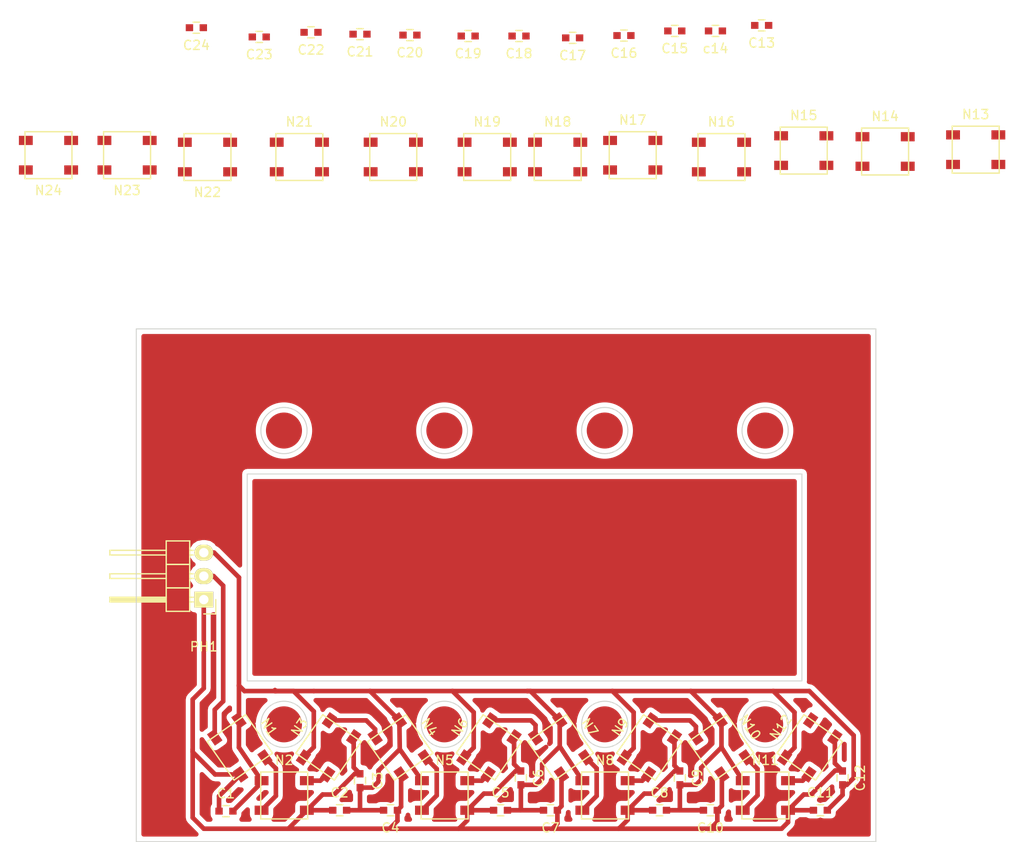
<source format=kicad_pcb>
(kicad_pcb (version 4) (host pcbnew 4.0.2-stable)
  (layers (0 F.Cu signal) (31 B.Cu signal) (34 B.Paste user) (35 F.Paste user) (36 B.SilkS user) (37 F.SilkS user) (38 B.Mask user) (39 F.Mask user) (44 Edge.Cuts user))
  (net 0 "")
  (net 1 VDD)
  (net 2 GND)
  (net 3 "Net-(N1-Pad2)")
  (net 4 /p1_data)
  (net 5 "Net-(N2-Pad2)")
  (net 6 /p2_data)
  (net 7 "Net-(N4-Pad2)")
  (net 8 "Net-(N5-Pad2)")
  (net 9 /p3_data)
  (net 10 "Net-(N7-Pad2)")
  (net 11 "Net-(N8-Pad2)")
  (net 12 /p4_data)
  (net 13 "Net-(N10-Pad2)")
  (net 14 "Net-(N11-Pad2)")
  (net 15 /p5_data)
  (net 16 "Net-(N13-Pad2)")
  (net 17 "Net-(N14-Pad2)")
  (net 18 /p6_data)
  (net 19 "Net-(N16-Pad2)")
  (net 20 "Net-(N17-Pad2)")
  (net 21 /p7_data)
  (net 22 "Net-(N19-Pad2)")
  (net 23 "Net-(N20-Pad2)")
  (net 24 /p8_data)
  (net 25 "Net-(N22-Pad2)")
  (net 26 "Net-(N23-Pad2)")
  (net 27 "Net-(N24-Pad2)")
  (module Capacitors_SMD:C_0603 (layer F.Cu) (at 114.7 122.7)
    (fp_text reference C1 (at 0 -1.9) (layer F.SilkS))
    (fp_text value 100nF)
    (pad 1 smd rect (at -0.75 0) (size 0.8 0.75) (layers F.Cu F.Paste F.Mask) (net 1 VDD))
    (pad 2 smd rect (at 0.75 0) (size 0.8 0.75) (layers F.Cu F.Paste F.Mask) (net 2 GND))
  )
  (module Capacitors_SMD:C_0603 (layer F.Cu) (at 127 122.6)
    (fp_text reference C2 (at 0 -1.9) (layer F.SilkS))
    (fp_text value 100nF)
    (pad 1 smd rect (at -0.75 0) (size 0.8 0.75) (layers F.Cu F.Paste F.Mask) (net 1 VDD))
    (pad 2 smd rect (at 0.75 0) (size 0.8 0.75) (layers F.Cu F.Paste F.Mask) (net 2 GND))
  )
  (module Capacitors_SMD:C_0603 (layer F.Cu) (at 129.2 119.4 270)
    (fp_text reference C3 (at 0 -1.9 270) (layer F.SilkS))
    (fp_text value 100nF)
    (pad 1 smd rect (at -0.75 0 270) (size 0.8 0.75) (layers F.Cu F.Paste F.Mask) (net 1 VDD))
    (pad 2 smd rect (at 0.75 0 270) (size 0.8 0.75) (layers F.Cu F.Paste F.Mask) (net 2 GND))
  )
  (module Capacitors_SMD:C_0603 (layer F.Cu) (at 132.5 122.6 180)
    (fp_text reference C4 (at 0 -1.9 180) (layer F.SilkS))
    (fp_text value 100nF)
    (pad 1 smd rect (at -0.75 0 180) (size 0.8 0.75) (layers F.Cu F.Paste F.Mask) (net 1 VDD))
    (pad 2 smd rect (at 0.75 0 180) (size 0.8 0.75) (layers F.Cu F.Paste F.Mask) (net 2 GND))
  )
  (module Capacitors_SMD:C_0603 (layer F.Cu) (at 144.4 122.6)
    (fp_text reference C5 (at 0 -1.9) (layer F.SilkS))
    (fp_text value 100nF)
    (pad 1 smd rect (at -0.75 0) (size 0.8 0.75) (layers F.Cu F.Paste F.Mask) (net 1 VDD))
    (pad 2 smd rect (at 0.75 0) (size 0.8 0.75) (layers F.Cu F.Paste F.Mask) (net 2 GND))
  )
  (module Capacitors_SMD:C_0603 (layer F.Cu) (at 146.6 119.1 270)
    (fp_text reference C6 (at 0 -1.9 270) (layer F.SilkS))
    (fp_text value 100nF)
    (pad 1 smd rect (at -0.75 0 270) (size 0.8 0.75) (layers F.Cu F.Paste F.Mask) (net 1 VDD))
    (pad 2 smd rect (at 0.75 0 270) (size 0.8 0.75) (layers F.Cu F.Paste F.Mask) (net 2 GND))
  )
  (module Capacitors_SMD:C_0603 (layer F.Cu) (at 149.8 122.6 180)
    (fp_text reference C7 (at 0 -1.9 180) (layer F.SilkS))
    (fp_text value 100nF)
    (pad 1 smd rect (at -0.75 0 180) (size 0.8 0.75) (layers F.Cu F.Paste F.Mask) (net 1 VDD))
    (pad 2 smd rect (at 0.75 0 180) (size 0.8 0.75) (layers F.Cu F.Paste F.Mask) (net 2 GND))
  )
  (module Capacitors_SMD:C_0603 (layer F.Cu) (at 161.6 122.6)
    (fp_text reference C8 (at 0 -1.9) (layer F.SilkS))
    (fp_text value 100nF)
    (pad 1 smd rect (at -0.75 0) (size 0.8 0.75) (layers F.Cu F.Paste F.Mask) (net 1 VDD))
    (pad 2 smd rect (at 0.75 0) (size 0.8 0.75) (layers F.Cu F.Paste F.Mask) (net 2 GND))
  )
  (module Capacitors_SMD:C_0603 (layer F.Cu) (at 163.8 119.1 270)
    (fp_text reference C9 (at 0 -1.9 270) (layer F.SilkS))
    (fp_text value 100nF)
    (pad 1 smd rect (at -0.75 0 270) (size 0.8 0.75) (layers F.Cu F.Paste F.Mask) (net 1 VDD))
    (pad 2 smd rect (at 0.75 0 270) (size 0.8 0.75) (layers F.Cu F.Paste F.Mask) (net 2 GND))
  )
  (module Capacitors_SMD:C_0603 (layer F.Cu) (at 167.1 122.6 180)
    (fp_text reference C10 (at 0 -1.9 180) (layer F.SilkS))
    (fp_text value 100nF)
    (pad 1 smd rect (at -0.75 0 180) (size 0.8 0.75) (layers F.Cu F.Paste F.Mask) (net 1 VDD))
    (pad 2 smd rect (at 0.75 0 180) (size 0.8 0.75) (layers F.Cu F.Paste F.Mask) (net 2 GND))
  )
  (module Capacitors_SMD:C_0603 (layer F.Cu) (at 179 122.6)
    (fp_text reference C11 (at 0 -1.9) (layer F.SilkS))
    (fp_text value 100nF)
    (pad 1 smd rect (at -0.75 0) (size 0.8 0.75) (layers F.Cu F.Paste F.Mask) (net 1 VDD))
    (pad 2 smd rect (at 0.75 0) (size 0.8 0.75) (layers F.Cu F.Paste F.Mask) (net 2 GND))
  )
  (module Capacitors_SMD:C_0603 (layer F.Cu) (at 181.4 119.1 270)
    (fp_text reference C12 (at 0 -1.9 270) (layer F.SilkS))
    (fp_text value 100nF)
    (pad 1 smd rect (at -0.75 0 270) (size 0.8 0.75) (layers F.Cu F.Paste F.Mask) (net 1 VDD))
    (pad 2 smd rect (at 0.75 0 270) (size 0.8 0.75) (layers F.Cu F.Paste F.Mask) (net 2 GND))
  )
  (module Capacitors_SMD:C_0603 (layer F.Cu) (at 172.65 37.65 180)
    (fp_text reference C13 (at 0 -1.9 180) (layer F.SilkS))
    (fp_text value 100nF)
    (pad 1 smd rect (at -0.75 0 180) (size 0.8 0.75) (layers F.Cu F.Paste F.Mask) (net 1 VDD))
    (pad 2 smd rect (at 0.75 0 180) (size 0.8 0.75) (layers F.Cu F.Paste F.Mask) (net 2 GND))
  )
  (module Capacitors_SMD:C_0603 (layer F.Cu) (at 167.65 38.25 180)
    (fp_text reference c14 (at 0 -1.9 180) (layer F.SilkS))
    (fp_text value 100nF)
    (pad 1 smd rect (at -0.75 0 180) (size 0.8 0.75) (layers F.Cu F.Paste F.Mask) (net 1 VDD))
    (pad 2 smd rect (at 0.75 0 180) (size 0.8 0.75) (layers F.Cu F.Paste F.Mask) (net 2 GND))
  )
  (module Capacitors_SMD:C_0603 (layer F.Cu) (at 163.25 38.25 180)
    (fp_text reference C15 (at 0 -1.9 180) (layer F.SilkS))
    (fp_text value 100nF)
    (pad 1 smd rect (at -0.75 0 180) (size 0.8 0.75) (layers F.Cu F.Paste F.Mask) (net 1 VDD))
    (pad 2 smd rect (at 0.75 0 180) (size 0.8 0.75) (layers F.Cu F.Paste F.Mask) (net 2 GND))
  )
  (module Capacitors_SMD:C_0603 (layer F.Cu) (at 157.75 38.75 180)
    (fp_text reference C16 (at 0 -1.9 180) (layer F.SilkS))
    (fp_text value 100nF)
    (pad 1 smd rect (at -0.75 0 180) (size 0.8 0.75) (layers F.Cu F.Paste F.Mask) (net 1 VDD))
    (pad 2 smd rect (at 0.75 0 180) (size 0.8 0.75) (layers F.Cu F.Paste F.Mask) (net 2 GND))
  )
  (module Capacitors_SMD:C_0603 (layer F.Cu) (at 152.2 39 180)
    (fp_text reference C17 (at 0 -1.9 180) (layer F.SilkS))
    (fp_text value 100nF)
    (pad 1 smd rect (at -0.75 0 180) (size 0.8 0.75) (layers F.Cu F.Paste F.Mask) (net 1 VDD))
    (pad 2 smd rect (at 0.75 0 180) (size 0.8 0.75) (layers F.Cu F.Paste F.Mask) (net 2 GND))
  )
  (module Capacitors_SMD:C_0603 (layer F.Cu) (at 146.4 38.8 180)
    (fp_text reference C18 (at 0 -1.9 180) (layer F.SilkS))
    (fp_text value 100nF)
    (pad 1 smd rect (at -0.75 0 180) (size 0.8 0.75) (layers F.Cu F.Paste F.Mask) (net 1 VDD))
    (pad 2 smd rect (at 0.75 0 180) (size 0.8 0.75) (layers F.Cu F.Paste F.Mask) (net 2 GND))
  )
  (module Capacitors_SMD:C_0603 (layer F.Cu) (at 140.9 38.8 180)
    (fp_text reference C19 (at 0 -1.9 180) (layer F.SilkS))
    (fp_text value 100nF)
    (pad 1 smd rect (at -0.75 0 180) (size 0.8 0.75) (layers F.Cu F.Paste F.Mask) (net 1 VDD))
    (pad 2 smd rect (at 0.75 0 180) (size 0.8 0.75) (layers F.Cu F.Paste F.Mask) (net 2 GND))
  )
  (module Capacitors_SMD:C_0603 (layer F.Cu) (at 134.6 38.7 180)
    (fp_text reference C20 (at 0 -1.9 180) (layer F.SilkS))
    (fp_text value 100nF)
    (pad 1 smd rect (at -0.75 0 180) (size 0.8 0.75) (layers F.Cu F.Paste F.Mask) (net 1 VDD))
    (pad 2 smd rect (at 0.75 0 180) (size 0.8 0.75) (layers F.Cu F.Paste F.Mask) (net 2 GND))
  )
  (module Capacitors_SMD:C_0603 (layer F.Cu) (at 129.2 38.6 180)
    (fp_text reference C21 (at 0 -1.9 180) (layer F.SilkS))
    (fp_text value 100nF)
    (pad 1 smd rect (at -0.75 0 180) (size 0.8 0.75) (layers F.Cu F.Paste F.Mask) (net 1 VDD))
    (pad 2 smd rect (at 0.75 0 180) (size 0.8 0.75) (layers F.Cu F.Paste F.Mask) (net 2 GND))
  )
  (module Capacitors_SMD:C_0603 (layer F.Cu) (at 123.9 38.4 180)
    (fp_text reference C22 (at 0 -1.9 180) (layer F.SilkS))
    (fp_text value 100nF)
    (pad 1 smd rect (at -0.75 0 180) (size 0.8 0.75) (layers F.Cu F.Paste F.Mask) (net 1 VDD))
    (pad 2 smd rect (at 0.75 0 180) (size 0.8 0.75) (layers F.Cu F.Paste F.Mask) (net 2 GND))
  )
  (module Capacitors_SMD:C_0603 (layer F.Cu) (at 118.3 38.9 180)
    (fp_text reference C23 (at 0 -1.9 180) (layer F.SilkS))
    (fp_text value 100nF)
    (pad 1 smd rect (at -0.75 0 180) (size 0.8 0.75) (layers F.Cu F.Paste F.Mask) (net 1 VDD))
    (pad 2 smd rect (at 0.75 0 180) (size 0.8 0.75) (layers F.Cu F.Paste F.Mask) (net 2 GND))
  )
  (module Capacitors_SMD:C_0603 (layer F.Cu) (at 111.5 37.9 180)
    (fp_text reference C24 (at 0 -1.9 180) (layer F.SilkS))
    (fp_text value 100nF)
    (pad 1 smd rect (at -0.75 0 180) (size 0.8 0.75) (layers F.Cu F.Paste F.Mask) (net 1 VDD))
    (pad 2 smd rect (at 0.75 0 180) (size 0.8 0.75) (layers F.Cu F.Paste F.Mask) (net 2 GND))
  )
  (module neopixel4pins:neopixel_4pins (layer F.Cu) (at 116.2 115.8 125)
    (fp_text reference N1 (at 0 3.81 125) (layer F.SilkS))
    (fp_text value neopixel_4pin)
    (pad 1 smd rect (at -2.45 -1.6 125) (size 1.5 1) (layers F.Cu F.Paste F.Mask) (net 1 VDD))
    (pad 2 smd rect (at -2.45 1.6 125) (size 1.5 1) (layers F.Cu F.Paste F.Mask) (net 3 "Net-(N1-Pad2)"))
    (pad 3 smd rect (at 2.45 1.6 125) (size 1.5 1) (layers F.Cu F.Paste F.Mask) (net 2 GND))
    (pad 4 smd rect (at 2.45 -1.6 125) (size 1.5 1) (layers F.Cu F.Paste F.Mask) (net 4 /p1_data))
  )
  (module neopixel4pins:neopixel_4pins (layer F.Cu) (at 121 121 180)
    (fp_text reference N2 (at 0 3.81 180) (layer F.SilkS))
    (fp_text value neopixel_4pin)
    (pad 1 smd rect (at -2.45 -1.6 180) (size 1.5 1) (layers F.Cu F.Paste F.Mask) (net 1 VDD))
    (pad 2 smd rect (at -2.45 1.6 180) (size 1.5 1) (layers F.Cu F.Paste F.Mask) (net 5 "Net-(N2-Pad2)"))
    (pad 3 smd rect (at 2.45 1.6 180) (size 1.5 1) (layers F.Cu F.Paste F.Mask) (net 2 GND))
    (pad 4 smd rect (at 2.45 -1.6 180) (size 1.5 1) (layers F.Cu F.Paste F.Mask) (net 3 "Net-(N1-Pad2)"))
  )
  (module neopixel4pins:neopixel_4pins (layer F.Cu) (at 125.8 115.8 235)
    (fp_text reference N3 (at 0 3.81 235) (layer F.SilkS))
    (fp_text value neopixel_4pin)
    (pad 1 smd rect (at -2.45 -1.6 235) (size 1.5 1) (layers F.Cu F.Paste F.Mask) (net 1 VDD))
    (pad 2 smd rect (at -2.45 1.6 235) (size 1.5 1) (layers F.Cu F.Paste F.Mask) (net 6 /p2_data))
    (pad 3 smd rect (at 2.45 1.6 235) (size 1.5 1) (layers F.Cu F.Paste F.Mask) (net 2 GND))
    (pad 4 smd rect (at 2.45 -1.6 235) (size 1.5 1) (layers F.Cu F.Paste F.Mask) (net 5 "Net-(N2-Pad2)"))
  )
  (module neopixel4pins:neopixel_4pins (layer F.Cu) (at 133.55 115.8 125)
    (fp_text reference N4 (at 0 3.81 125) (layer F.SilkS))
    (fp_text value neopixel_4pin)
    (pad 1 smd rect (at -2.45 -1.6 125) (size 1.5 1) (layers F.Cu F.Paste F.Mask) (net 1 VDD))
    (pad 2 smd rect (at -2.45 1.6 125) (size 1.5 1) (layers F.Cu F.Paste F.Mask) (net 7 "Net-(N4-Pad2)"))
    (pad 3 smd rect (at 2.45 1.6 125) (size 1.5 1) (layers F.Cu F.Paste F.Mask) (net 2 GND))
    (pad 4 smd rect (at 2.45 -1.6 125) (size 1.5 1) (layers F.Cu F.Paste F.Mask) (net 6 /p2_data))
  )
  (module neopixel4pins:neopixel_4pins (layer F.Cu) (at 138.35 121 180)
    (fp_text reference N5 (at 0 3.81 180) (layer F.SilkS))
    (fp_text value neopixel_4pin)
    (pad 1 smd rect (at -2.45 -1.6 180) (size 1.5 1) (layers F.Cu F.Paste F.Mask) (net 1 VDD))
    (pad 2 smd rect (at -2.45 1.6 180) (size 1.5 1) (layers F.Cu F.Paste F.Mask) (net 8 "Net-(N5-Pad2)"))
    (pad 3 smd rect (at 2.45 1.6 180) (size 1.5 1) (layers F.Cu F.Paste F.Mask) (net 2 GND))
    (pad 4 smd rect (at 2.45 -1.6 180) (size 1.5 1) (layers F.Cu F.Paste F.Mask) (net 7 "Net-(N4-Pad2)"))
  )
  (module neopixel4pins:neopixel_4pins (layer F.Cu) (at 143.15 115.8 235)
    (fp_text reference N6 (at 0 3.81 235) (layer F.SilkS))
    (fp_text value neopixel_4pin)
    (pad 1 smd rect (at -2.45 -1.6 235) (size 1.5 1) (layers F.Cu F.Paste F.Mask) (net 1 VDD))
    (pad 2 smd rect (at -2.45 1.6 235) (size 1.5 1) (layers F.Cu F.Paste F.Mask) (net 9 /p3_data))
    (pad 3 smd rect (at 2.45 1.6 235) (size 1.5 1) (layers F.Cu F.Paste F.Mask) (net 2 GND))
    (pad 4 smd rect (at 2.45 -1.6 235) (size 1.5 1) (layers F.Cu F.Paste F.Mask) (net 8 "Net-(N5-Pad2)"))
  )
  (module neopixel4pins:neopixel_4pins (layer F.Cu) (at 150.9 115.8 125)
    (fp_text reference N7 (at 0 3.81 125) (layer F.SilkS))
    (fp_text value neopixel_4pin)
    (pad 1 smd rect (at -2.45 -1.6 125) (size 1.5 1) (layers F.Cu F.Paste F.Mask) (net 1 VDD))
    (pad 2 smd rect (at -2.45 1.6 125) (size 1.5 1) (layers F.Cu F.Paste F.Mask) (net 10 "Net-(N7-Pad2)"))
    (pad 3 smd rect (at 2.45 1.6 125) (size 1.5 1) (layers F.Cu F.Paste F.Mask) (net 2 GND))
    (pad 4 smd rect (at 2.45 -1.6 125) (size 1.5 1) (layers F.Cu F.Paste F.Mask) (net 9 /p3_data))
  )
  (module neopixel4pins:neopixel_4pins (layer F.Cu) (at 155.7 121 180)
    (fp_text reference N8 (at 0 3.81 180) (layer F.SilkS))
    (fp_text value neopixel_4pin)
    (pad 1 smd rect (at -2.45 -1.6 180) (size 1.5 1) (layers F.Cu F.Paste F.Mask) (net 1 VDD))
    (pad 2 smd rect (at -2.45 1.6 180) (size 1.5 1) (layers F.Cu F.Paste F.Mask) (net 11 "Net-(N8-Pad2)"))
    (pad 3 smd rect (at 2.45 1.6 180) (size 1.5 1) (layers F.Cu F.Paste F.Mask) (net 2 GND))
    (pad 4 smd rect (at 2.45 -1.6 180) (size 1.5 1) (layers F.Cu F.Paste F.Mask) (net 10 "Net-(N7-Pad2)"))
  )
  (module neopixel4pins:neopixel_4pins (layer F.Cu) (at 160.5 115.8 235)
    (fp_text reference N9 (at 0 3.81 235) (layer F.SilkS))
    (fp_text value neopixel_4pin)
    (pad 1 smd rect (at -2.45 -1.6 235) (size 1.5 1) (layers F.Cu F.Paste F.Mask) (net 1 VDD))
    (pad 2 smd rect (at -2.45 1.6 235) (size 1.5 1) (layers F.Cu F.Paste F.Mask) (net 12 /p4_data))
    (pad 3 smd rect (at 2.45 1.6 235) (size 1.5 1) (layers F.Cu F.Paste F.Mask) (net 2 GND))
    (pad 4 smd rect (at 2.45 -1.6 235) (size 1.5 1) (layers F.Cu F.Paste F.Mask) (net 11 "Net-(N8-Pad2)"))
  )
  (module neopixel4pins:neopixel_4pins (layer F.Cu) (at 168.25 115.8 125)
    (fp_text reference N10 (at 0 3.81 125) (layer F.SilkS))
    (fp_text value neopixel_4pin)
    (pad 1 smd rect (at -2.45 -1.6 125) (size 1.5 1) (layers F.Cu F.Paste F.Mask) (net 1 VDD))
    (pad 2 smd rect (at -2.45 1.6 125) (size 1.5 1) (layers F.Cu F.Paste F.Mask) (net 13 "Net-(N10-Pad2)"))
    (pad 3 smd rect (at 2.45 1.6 125) (size 1.5 1) (layers F.Cu F.Paste F.Mask) (net 2 GND))
    (pad 4 smd rect (at 2.45 -1.6 125) (size 1.5 1) (layers F.Cu F.Paste F.Mask) (net 12 /p4_data))
  )
  (module neopixel4pins:neopixel_4pins (layer F.Cu) (at 173.05 121 180)
    (fp_text reference N11 (at 0 3.81 180) (layer F.SilkS))
    (fp_text value neopixel_4pin)
    (pad 1 smd rect (at -2.45 -1.6 180) (size 1.5 1) (layers F.Cu F.Paste F.Mask) (net 1 VDD))
    (pad 2 smd rect (at -2.45 1.6 180) (size 1.5 1) (layers F.Cu F.Paste F.Mask) (net 14 "Net-(N11-Pad2)"))
    (pad 3 smd rect (at 2.45 1.6 180) (size 1.5 1) (layers F.Cu F.Paste F.Mask) (net 2 GND))
    (pad 4 smd rect (at 2.45 -1.6 180) (size 1.5 1) (layers F.Cu F.Paste F.Mask) (net 13 "Net-(N10-Pad2)"))
  )
  (module neopixel4pins:neopixel_4pins (layer F.Cu) (at 177.85 115.8 235)
    (fp_text reference N12 (at 0 3.81 235) (layer F.SilkS))
    (fp_text value neopixel_4pin)
    (pad 1 smd rect (at -2.45 -1.6 235) (size 1.5 1) (layers F.Cu F.Paste F.Mask) (net 1 VDD))
    (pad 2 smd rect (at -2.45 1.6 235) (size 1.5 1) (layers F.Cu F.Paste F.Mask) (net 15 /p5_data))
    (pad 3 smd rect (at 2.45 1.6 235) (size 1.5 1) (layers F.Cu F.Paste F.Mask) (net 2 GND))
    (pad 4 smd rect (at 2.45 -1.6 235) (size 1.5 1) (layers F.Cu F.Paste F.Mask) (net 14 "Net-(N11-Pad2)"))
  )
  (module neopixel4pins:neopixel_4pins (layer F.Cu) (at 195.8 51.1 180)
    (fp_text reference N13 (at 0 3.81 180) (layer F.SilkS))
    (fp_text value neopixel_4pin)
    (pad 1 smd rect (at -2.45 -1.6 180) (size 1.5 1) (layers F.Cu F.Paste F.Mask) (net 1 VDD))
    (pad 2 smd rect (at -2.45 1.6 180) (size 1.5 1) (layers F.Cu F.Paste F.Mask) (net 16 "Net-(N13-Pad2)"))
    (pad 3 smd rect (at 2.45 1.6 180) (size 1.5 1) (layers F.Cu F.Paste F.Mask) (net 2 GND))
    (pad 4 smd rect (at 2.45 -1.6 180) (size 1.5 1) (layers F.Cu F.Paste F.Mask) (net 15 /p5_data))
  )
  (module neopixel4pins:neopixel_4pins (layer F.Cu) (at 186 51.3 180)
    (fp_text reference N14 (at 0 3.81 180) (layer F.SilkS))
    (fp_text value neopixel_4pin)
    (pad 1 smd rect (at -2.45 -1.6 180) (size 1.5 1) (layers F.Cu F.Paste F.Mask) (net 1 VDD))
    (pad 2 smd rect (at -2.45 1.6 180) (size 1.5 1) (layers F.Cu F.Paste F.Mask) (net 17 "Net-(N14-Pad2)"))
    (pad 3 smd rect (at 2.45 1.6 180) (size 1.5 1) (layers F.Cu F.Paste F.Mask) (net 2 GND))
    (pad 4 smd rect (at 2.45 -1.6 180) (size 1.5 1) (layers F.Cu F.Paste F.Mask) (net 16 "Net-(N13-Pad2)"))
  )
  (module neopixel4pins:neopixel_4pins (layer F.Cu) (at 177.2 51.2 180)
    (fp_text reference N15 (at 0 3.81 180) (layer F.SilkS))
    (fp_text value neopixel_4pin)
    (pad 1 smd rect (at -2.45 -1.6 180) (size 1.5 1) (layers F.Cu F.Paste F.Mask) (net 1 VDD))
    (pad 2 smd rect (at -2.45 1.6 180) (size 1.5 1) (layers F.Cu F.Paste F.Mask) (net 18 /p6_data))
    (pad 3 smd rect (at 2.45 1.6 180) (size 1.5 1) (layers F.Cu F.Paste F.Mask) (net 2 GND))
    (pad 4 smd rect (at 2.45 -1.6 180) (size 1.5 1) (layers F.Cu F.Paste F.Mask) (net 17 "Net-(N14-Pad2)"))
  )
  (module neopixel4pins:neopixel_4pins (layer F.Cu) (at 168.3 51.9 180)
    (fp_text reference N16 (at 0 3.81 180) (layer F.SilkS))
    (fp_text value neopixel_4pin)
    (pad 1 smd rect (at -2.45 -1.6 180) (size 1.5 1) (layers F.Cu F.Paste F.Mask) (net 1 VDD))
    (pad 2 smd rect (at -2.45 1.6 180) (size 1.5 1) (layers F.Cu F.Paste F.Mask) (net 19 "Net-(N16-Pad2)"))
    (pad 3 smd rect (at 2.45 1.6 180) (size 1.5 1) (layers F.Cu F.Paste F.Mask) (net 2 GND))
    (pad 4 smd rect (at 2.45 -1.6 180) (size 1.5 1) (layers F.Cu F.Paste F.Mask) (net 18 /p6_data))
  )
  (module neopixel4pins:neopixel_4pins (layer F.Cu) (at 158.7 51.7 180)
    (fp_text reference N17 (at 0 3.81 180) (layer F.SilkS))
    (fp_text value neopixel_4pin)
    (pad 1 smd rect (at -2.45 -1.6 180) (size 1.5 1) (layers F.Cu F.Paste F.Mask) (net 1 VDD))
    (pad 2 smd rect (at -2.45 1.6 180) (size 1.5 1) (layers F.Cu F.Paste F.Mask) (net 20 "Net-(N17-Pad2)"))
    (pad 3 smd rect (at 2.45 1.6 180) (size 1.5 1) (layers F.Cu F.Paste F.Mask) (net 2 GND))
    (pad 4 smd rect (at 2.45 -1.6 180) (size 1.5 1) (layers F.Cu F.Paste F.Mask) (net 19 "Net-(N16-Pad2)"))
  )
  (module neopixel4pins:neopixel_4pins (layer F.Cu) (at 150.58 51.895 180)
    (fp_text reference N18 (at 0 3.81 180) (layer F.SilkS))
    (fp_text value neopixel_4pin)
    (pad 1 smd rect (at -2.45 -1.6 180) (size 1.5 1) (layers F.Cu F.Paste F.Mask) (net 1 VDD))
    (pad 2 smd rect (at -2.45 1.6 180) (size 1.5 1) (layers F.Cu F.Paste F.Mask) (net 21 /p7_data))
    (pad 3 smd rect (at 2.45 1.6 180) (size 1.5 1) (layers F.Cu F.Paste F.Mask) (net 2 GND))
    (pad 4 smd rect (at 2.45 -1.6 180) (size 1.5 1) (layers F.Cu F.Paste F.Mask) (net 20 "Net-(N17-Pad2)"))
  )
  (module neopixel4pins:neopixel_4pins (layer F.Cu) (at 142.96 51.895 180)
    (fp_text reference N19 (at 0 3.81 180) (layer F.SilkS))
    (fp_text value neopixel_4pin)
    (pad 1 smd rect (at -2.45 -1.6 180) (size 1.5 1) (layers F.Cu F.Paste F.Mask) (net 1 VDD))
    (pad 2 smd rect (at -2.45 1.6 180) (size 1.5 1) (layers F.Cu F.Paste F.Mask) (net 22 "Net-(N19-Pad2)"))
    (pad 3 smd rect (at 2.45 1.6 180) (size 1.5 1) (layers F.Cu F.Paste F.Mask) (net 2 GND))
    (pad 4 smd rect (at 2.45 -1.6 180) (size 1.5 1) (layers F.Cu F.Paste F.Mask) (net 21 /p7_data))
  )
  (module neopixel4pins:neopixel_4pins (layer F.Cu) (at 132.8 51.895 180)
    (fp_text reference N20 (at 0 3.81 180) (layer F.SilkS))
    (fp_text value neopixel_4pin)
    (pad 1 smd rect (at -2.45 -1.6 180) (size 1.5 1) (layers F.Cu F.Paste F.Mask) (net 1 VDD))
    (pad 2 smd rect (at -2.45 1.6 180) (size 1.5 1) (layers F.Cu F.Paste F.Mask) (net 23 "Net-(N20-Pad2)"))
    (pad 3 smd rect (at 2.45 1.6 180) (size 1.5 1) (layers F.Cu F.Paste F.Mask) (net 2 GND))
    (pad 4 smd rect (at 2.45 -1.6 180) (size 1.5 1) (layers F.Cu F.Paste F.Mask) (net 22 "Net-(N19-Pad2)"))
  )
  (module neopixel4pins:neopixel_4pins (layer F.Cu) (at 122.64 51.895 180)
    (fp_text reference N21 (at 0 3.81 180) (layer F.SilkS))
    (fp_text value neopixel_4pin)
    (pad 1 smd rect (at -2.45 -1.6 180) (size 1.5 1) (layers F.Cu F.Paste F.Mask) (net 1 VDD))
    (pad 2 smd rect (at -2.45 1.6 180) (size 1.5 1) (layers F.Cu F.Paste F.Mask) (net 24 /p8_data))
    (pad 3 smd rect (at 2.45 1.6 180) (size 1.5 1) (layers F.Cu F.Paste F.Mask) (net 2 GND))
    (pad 4 smd rect (at 2.45 -1.6 180) (size 1.5 1) (layers F.Cu F.Paste F.Mask) (net 23 "Net-(N20-Pad2)"))
  )
  (module neopixel4pins:neopixel_4pins (layer F.Cu) (at 112.7 51.9)
    (fp_text reference N22 (at 0 3.81) (layer F.SilkS))
    (fp_text value neopixel_4pin)
    (pad 1 smd rect (at -2.45 -1.6) (size 1.5 1) (layers F.Cu F.Paste F.Mask) (net 1 VDD))
    (pad 2 smd rect (at -2.45 1.6) (size 1.5 1) (layers F.Cu F.Paste F.Mask) (net 25 "Net-(N22-Pad2)"))
    (pad 3 smd rect (at 2.45 1.6) (size 1.5 1) (layers F.Cu F.Paste F.Mask) (net 2 GND))
    (pad 4 smd rect (at 2.45 -1.6) (size 1.5 1) (layers F.Cu F.Paste F.Mask) (net 24 /p8_data))
  )
  (module neopixel4pins:neopixel_4pins (layer F.Cu) (at 104 51.7)
    (fp_text reference N23 (at 0 3.81) (layer F.SilkS))
    (fp_text value neopixel_4pin)
    (pad 1 smd rect (at -2.45 -1.6) (size 1.5 1) (layers F.Cu F.Paste F.Mask) (net 1 VDD))
    (pad 2 smd rect (at -2.45 1.6) (size 1.5 1) (layers F.Cu F.Paste F.Mask) (net 26 "Net-(N23-Pad2)"))
    (pad 3 smd rect (at 2.45 1.6) (size 1.5 1) (layers F.Cu F.Paste F.Mask) (net 2 GND))
    (pad 4 smd rect (at 2.45 -1.6) (size 1.5 1) (layers F.Cu F.Paste F.Mask) (net 25 "Net-(N22-Pad2)"))
  )
  (module neopixel4pins:neopixel_4pins (layer F.Cu) (at 95.5 51.7)
    (fp_text reference N24 (at 0 3.81) (layer F.SilkS))
    (fp_text value neopixel_4pin)
    (pad 1 smd rect (at -2.45 -1.6) (size 1.5 1) (layers F.Cu F.Paste F.Mask) (net 1 VDD))
    (pad 2 smd rect (at -2.45 1.6) (size 1.5 1) (layers F.Cu F.Paste F.Mask) (net 27 "Net-(N24-Pad2)"))
    (pad 3 smd rect (at 2.45 1.6) (size 1.5 1) (layers F.Cu F.Paste F.Mask) (net 2 GND))
    (pad 4 smd rect (at 2.45 -1.6) (size 1.5 1) (layers F.Cu F.Paste F.Mask) (net 26 "Net-(N23-Pad2)"))
  )
  (module Pin_Headers:Pin_Header_Angled_1x03 (layer F.Cu) (at 112.3 99.8 180)
    (fp_text reference PH1 (at 0 -5.1 180) (layer F.SilkS))
    (fp_text value CONN_01X03)
    (pad 1 thru_hole rect (at 0 0 180) (size 2.032 1.7272) (drill 1.016) (layers *.Cu *.Mask F.SilkS) (net 1 VDD))
    (pad 2 thru_hole oval (at 0 2.54 180) (size 2.032 1.7272) (drill 1.016) (layers *.Cu *.Mask F.SilkS) (net 4 /p1_data))
    (pad 3 thru_hole oval (at 0 5.08 180) (size 2.032 1.7272) (drill 1.016) (layers *.Cu *.Mask F.SilkS) (net 2 GND))
  )
  (gr_line (start 176.999443 108.602789) (end 176.999443 86.202789) (layer Edge.Cuts) (width 0.1))
  (gr_line (start 116.999443 86.202789) (end 176.999443 86.202789) (layer Edge.Cuts) (width 0.1))
  (gr_line (start 116.999443 108.602789) (end 116.999443 86.202789) (layer Edge.Cuts) (width 0.1))
  (gr_line (start 116.999443 108.602789) (end 176.999443 108.602789) (layer Edge.Cuts) (width 0.1))
  (gr_line (start 185 126) (end 185 70.502789) (layer Edge.Cuts) (width 0.1))
  (gr_line (start 105 70.502789) (end 185 70.502789) (layer Edge.Cuts) (width 0.1))
  (gr_line (start 105 126) (end 105 70.502789) (layer Edge.Cuts) (width 0.1))
  (gr_line (start 105 126) (end 185 126) (layer Edge.Cuts) (width 0.1))
  (gr_line (start 175.51909 113.466297) (end 175.524443 113.302789) (layer Edge.Cuts) (width 0.1))
  (gr_line (start 175.503055 113.629104) (end 175.51909 113.466297) (layer Edge.Cuts) (width 0.1))
  (gr_line (start 175.476406 113.790515) (end 175.503055 113.629104) (layer Edge.Cuts) (width 0.1))
  (gr_line (start 175.439257 113.949836) (end 175.476406 113.790515) (layer Edge.Cuts) (width 0.1))
  (gr_line (start 175.391768 114.106388) (end 175.439257 113.949836) (layer Edge.Cuts) (width 0.1))
  (gr_line (start 175.334142 114.259497) (end 175.391768 114.106388) (layer Edge.Cuts) (width 0.1))
  (gr_line (start 175.266625 114.408511) (end 175.334142 114.259497) (layer Edge.Cuts) (width 0.1))
  (gr_line (start 175.189506 114.552789) (end 175.266625 114.408511) (layer Edge.Cuts) (width 0.1))
  (gr_line (start 175.103117 114.691714) (end 175.189506 114.552789) (layer Edge.Cuts) (width 0.1))
  (gr_line (start 175.007826 114.824692) (end 175.103117 114.691714) (layer Edge.Cuts) (width 0.1))
  (gr_line (start 174.904042 114.951153) (end 175.007826 114.824692) (layer Edge.Cuts) (width 0.1))
  (gr_line (start 174.79221 115.070556) (end 174.904042 114.951153) (layer Edge.Cuts) (width 0.1))
  (gr_line (start 174.672807 115.182388) (end 174.79221 115.070556) (layer Edge.Cuts) (width 0.1))
  (gr_line (start 174.546346 115.286172) (end 174.672807 115.182388) (layer Edge.Cuts) (width 0.1))
  (gr_line (start 174.413369 115.381463) (end 174.546346 115.286172) (layer Edge.Cuts) (width 0.1))
  (gr_line (start 174.274443 115.467852) (end 174.413369 115.381463) (layer Edge.Cuts) (width 0.1))
  (gr_line (start 174.130165 115.544971) (end 174.274443 115.467852) (layer Edge.Cuts) (width 0.1))
  (gr_line (start 173.981152 115.612488) (end 174.130165 115.544971) (layer Edge.Cuts) (width 0.1))
  (gr_line (start 173.828042 115.670114) (end 173.981152 115.612488) (layer Edge.Cuts) (width 0.1))
  (gr_line (start 173.671491 115.717603) (end 173.828042 115.670114) (layer Edge.Cuts) (width 0.1))
  (gr_line (start 173.512169 115.754752) (end 173.671491 115.717603) (layer Edge.Cuts) (width 0.1))
  (gr_line (start 173.350758 115.781401) (end 173.512169 115.754752) (layer Edge.Cuts) (width 0.1))
  (gr_line (start 173.187951 115.797436) (end 173.350758 115.781401) (layer Edge.Cuts) (width 0.1))
  (gr_line (start 173.024443 115.802789) (end 173.187951 115.797436) (layer Edge.Cuts) (width 0.1))
  (gr_line (start 172.860935 115.797436) (end 173.024443 115.802789) (layer Edge.Cuts) (width 0.1))
  (gr_line (start 172.698127 115.781401) (end 172.860935 115.797436) (layer Edge.Cuts) (width 0.1))
  (gr_line (start 172.536717 115.754752) (end 172.698127 115.781401) (layer Edge.Cuts) (width 0.1))
  (gr_line (start 172.377395 115.717603) (end 172.536717 115.754752) (layer Edge.Cuts) (width 0.1))
  (gr_line (start 172.220844 115.670114) (end 172.377395 115.717603) (layer Edge.Cuts) (width 0.1))
  (gr_line (start 172.067734 115.612488) (end 172.220844 115.670114) (layer Edge.Cuts) (width 0.1))
  (gr_line (start 171.918721 115.544971) (end 172.067734 115.612488) (layer Edge.Cuts) (width 0.1))
  (gr_line (start 171.774443 115.467852) (end 171.918721 115.544971) (layer Edge.Cuts) (width 0.1))
  (gr_line (start 171.635517 115.381463) (end 171.774443 115.467852) (layer Edge.Cuts) (width 0.1))
  (gr_line (start 171.502539 115.286172) (end 171.635517 115.381463) (layer Edge.Cuts) (width 0.1))
  (gr_line (start 171.376078 115.182388) (end 171.502539 115.286172) (layer Edge.Cuts) (width 0.1))
  (gr_line (start 171.256676 115.070556) (end 171.376078 115.182388) (layer Edge.Cuts) (width 0.1))
  (gr_line (start 171.144843 114.951153) (end 171.256676 115.070556) (layer Edge.Cuts) (width 0.1))
  (gr_line (start 171.04106 114.824692) (end 171.144843 114.951153) (layer Edge.Cuts) (width 0.1))
  (gr_line (start 170.945769 114.691714) (end 171.04106 114.824692) (layer Edge.Cuts) (width 0.1))
  (gr_line (start 170.859379 114.552789) (end 170.945769 114.691714) (layer Edge.Cuts) (width 0.1))
  (gr_line (start 170.782261 114.408511) (end 170.859379 114.552789) (layer Edge.Cuts) (width 0.1))
  (gr_line (start 170.714744 114.259497) (end 170.782261 114.408511) (layer Edge.Cuts) (width 0.1))
  (gr_line (start 170.657118 114.106388) (end 170.714744 114.259497) (layer Edge.Cuts) (width 0.1))
  (gr_line (start 170.609628 113.949836) (end 170.657118 114.106388) (layer Edge.Cuts) (width 0.1))
  (gr_line (start 170.57248 113.790515) (end 170.609628 113.949836) (layer Edge.Cuts) (width 0.1))
  (gr_line (start 170.545831 113.629104) (end 170.57248 113.790515) (layer Edge.Cuts) (width 0.1))
  (gr_line (start 170.529796 113.466297) (end 170.545831 113.629104) (layer Edge.Cuts) (width 0.1))
  (gr_line (start 170.524443 113.302789) (end 170.529796 113.466297) (layer Edge.Cuts) (width 0.1))
  (gr_line (start 170.529796 113.139281) (end 170.524443 113.302789) (layer Edge.Cuts) (width 0.1))
  (gr_line (start 170.545831 112.976473) (end 170.529796 113.139281) (layer Edge.Cuts) (width 0.1))
  (gr_line (start 170.57248 112.815063) (end 170.545831 112.976473) (layer Edge.Cuts) (width 0.1))
  (gr_line (start 170.609628 112.655741) (end 170.57248 112.815063) (layer Edge.Cuts) (width 0.1))
  (gr_line (start 170.657118 112.49919) (end 170.609628 112.655741) (layer Edge.Cuts) (width 0.1))
  (gr_line (start 170.714744 112.34608) (end 170.657118 112.49919) (layer Edge.Cuts) (width 0.1))
  (gr_line (start 170.782261 112.197067) (end 170.714744 112.34608) (layer Edge.Cuts) (width 0.1))
  (gr_line (start 170.859379 112.052789) (end 170.782261 112.197067) (layer Edge.Cuts) (width 0.1))
  (gr_line (start 170.945769 111.913863) (end 170.859379 112.052789) (layer Edge.Cuts) (width 0.1))
  (gr_line (start 171.04106 111.780885) (end 170.945769 111.913863) (layer Edge.Cuts) (width 0.1))
  (gr_line (start 171.144843 111.654424) (end 171.04106 111.780885) (layer Edge.Cuts) (width 0.1))
  (gr_line (start 171.256676 111.535022) (end 171.144843 111.654424) (layer Edge.Cuts) (width 0.1))
  (gr_line (start 171.376078 111.423189) (end 171.256676 111.535022) (layer Edge.Cuts) (width 0.1))
  (gr_line (start 171.502539 111.319406) (end 171.376078 111.423189) (layer Edge.Cuts) (width 0.1))
  (gr_line (start 171.635517 111.224115) (end 171.502539 111.319406) (layer Edge.Cuts) (width 0.1))
  (gr_line (start 171.774443 111.137725) (end 171.635517 111.224115) (layer Edge.Cuts) (width 0.1))
  (gr_line (start 171.918721 111.060607) (end 171.774443 111.137725) (layer Edge.Cuts) (width 0.1))
  (gr_line (start 172.067734 110.99309) (end 171.918721 111.060607) (layer Edge.Cuts) (width 0.1))
  (gr_line (start 172.220844 110.935464) (end 172.067734 110.99309) (layer Edge.Cuts) (width 0.1))
  (gr_line (start 172.377395 110.887974) (end 172.220844 110.935464) (layer Edge.Cuts) (width 0.1))
  (gr_line (start 172.536717 110.850826) (end 172.377395 110.887974) (layer Edge.Cuts) (width 0.1))
  (gr_line (start 172.698127 110.824177) (end 172.536717 110.850826) (layer Edge.Cuts) (width 0.1))
  (gr_line (start 172.860935 110.808142) (end 172.698127 110.824177) (layer Edge.Cuts) (width 0.1))
  (gr_line (start 173.024443 110.802789) (end 172.860935 110.808142) (layer Edge.Cuts) (width 0.1))
  (gr_line (start 173.187951 110.808142) (end 173.024443 110.802789) (layer Edge.Cuts) (width 0.1))
  (gr_line (start 173.350758 110.824177) (end 173.187951 110.808142) (layer Edge.Cuts) (width 0.1))
  (gr_line (start 173.512169 110.850826) (end 173.350758 110.824177) (layer Edge.Cuts) (width 0.1))
  (gr_line (start 173.671491 110.887974) (end 173.512169 110.850826) (layer Edge.Cuts) (width 0.1))
  (gr_line (start 173.828042 110.935464) (end 173.671491 110.887974) (layer Edge.Cuts) (width 0.1))
  (gr_line (start 173.981152 110.99309) (end 173.828042 110.935464) (layer Edge.Cuts) (width 0.1))
  (gr_line (start 174.130165 111.060607) (end 173.981152 110.99309) (layer Edge.Cuts) (width 0.1))
  (gr_line (start 174.274443 111.137725) (end 174.130165 111.060607) (layer Edge.Cuts) (width 0.1))
  (gr_line (start 174.413369 111.224115) (end 174.274443 111.137725) (layer Edge.Cuts) (width 0.1))
  (gr_line (start 174.546346 111.319406) (end 174.413369 111.224115) (layer Edge.Cuts) (width 0.1))
  (gr_line (start 174.672807 111.423189) (end 174.546346 111.319406) (layer Edge.Cuts) (width 0.1))
  (gr_line (start 174.79221 111.535022) (end 174.672807 111.423189) (layer Edge.Cuts) (width 0.1))
  (gr_line (start 174.904042 111.654424) (end 174.79221 111.535022) (layer Edge.Cuts) (width 0.1))
  (gr_line (start 175.007826 111.780885) (end 174.904042 111.654424) (layer Edge.Cuts) (width 0.1))
  (gr_line (start 175.103117 111.913863) (end 175.007826 111.780885) (layer Edge.Cuts) (width 0.1))
  (gr_line (start 175.189506 112.052789) (end 175.103117 111.913863) (layer Edge.Cuts) (width 0.1))
  (gr_line (start 175.266625 112.197067) (end 175.189506 112.052789) (layer Edge.Cuts) (width 0.1))
  (gr_line (start 175.334142 112.34608) (end 175.266625 112.197067) (layer Edge.Cuts) (width 0.1))
  (gr_line (start 175.391768 112.49919) (end 175.334142 112.34608) (layer Edge.Cuts) (width 0.1))
  (gr_line (start 175.439257 112.655741) (end 175.391768 112.49919) (layer Edge.Cuts) (width 0.1))
  (gr_line (start 175.476406 112.815063) (end 175.439257 112.655741) (layer Edge.Cuts) (width 0.1))
  (gr_line (start 175.503055 112.976473) (end 175.476406 112.815063) (layer Edge.Cuts) (width 0.1))
  (gr_line (start 175.51909 113.139281) (end 175.503055 112.976473) (layer Edge.Cuts) (width 0.1))
  (gr_line (start 175.524443 113.302789) (end 175.51909 113.139281) (layer Edge.Cuts) (width 0.1))
  (gr_line (start 158.16909 113.466297) (end 158.174443 113.302789) (layer Edge.Cuts) (width 0.1))
  (gr_line (start 158.153055 113.629104) (end 158.16909 113.466297) (layer Edge.Cuts) (width 0.1))
  (gr_line (start 158.126406 113.790515) (end 158.153055 113.629104) (layer Edge.Cuts) (width 0.1))
  (gr_line (start 158.089257 113.949836) (end 158.126406 113.790515) (layer Edge.Cuts) (width 0.1))
  (gr_line (start 158.041768 114.106388) (end 158.089257 113.949836) (layer Edge.Cuts) (width 0.1))
  (gr_line (start 157.984142 114.259497) (end 158.041768 114.106388) (layer Edge.Cuts) (width 0.1))
  (gr_line (start 157.916625 114.408511) (end 157.984142 114.259497) (layer Edge.Cuts) (width 0.1))
  (gr_line (start 157.839506 114.552789) (end 157.916625 114.408511) (layer Edge.Cuts) (width 0.1))
  (gr_line (start 157.753117 114.691714) (end 157.839506 114.552789) (layer Edge.Cuts) (width 0.1))
  (gr_line (start 157.657826 114.824692) (end 157.753117 114.691714) (layer Edge.Cuts) (width 0.1))
  (gr_line (start 157.554042 114.951153) (end 157.657826 114.824692) (layer Edge.Cuts) (width 0.1))
  (gr_line (start 157.44221 115.070556) (end 157.554042 114.951153) (layer Edge.Cuts) (width 0.1))
  (gr_line (start 157.322807 115.182388) (end 157.44221 115.070556) (layer Edge.Cuts) (width 0.1))
  (gr_line (start 157.196346 115.286172) (end 157.322807 115.182388) (layer Edge.Cuts) (width 0.1))
  (gr_line (start 157.063369 115.381463) (end 157.196346 115.286172) (layer Edge.Cuts) (width 0.1))
  (gr_line (start 156.924443 115.467852) (end 157.063369 115.381463) (layer Edge.Cuts) (width 0.1))
  (gr_line (start 156.780165 115.544971) (end 156.924443 115.467852) (layer Edge.Cuts) (width 0.1))
  (gr_line (start 156.631152 115.612488) (end 156.780165 115.544971) (layer Edge.Cuts) (width 0.1))
  (gr_line (start 156.478042 115.670114) (end 156.631152 115.612488) (layer Edge.Cuts) (width 0.1))
  (gr_line (start 156.321491 115.717603) (end 156.478042 115.670114) (layer Edge.Cuts) (width 0.1))
  (gr_line (start 156.162169 115.754752) (end 156.321491 115.717603) (layer Edge.Cuts) (width 0.1))
  (gr_line (start 156.000758 115.781401) (end 156.162169 115.754752) (layer Edge.Cuts) (width 0.1))
  (gr_line (start 155.837951 115.797436) (end 156.000758 115.781401) (layer Edge.Cuts) (width 0.1))
  (gr_line (start 155.674443 115.802789) (end 155.837951 115.797436) (layer Edge.Cuts) (width 0.1))
  (gr_line (start 155.510935 115.797436) (end 155.674443 115.802789) (layer Edge.Cuts) (width 0.1))
  (gr_line (start 155.348127 115.781401) (end 155.510935 115.797436) (layer Edge.Cuts) (width 0.1))
  (gr_line (start 155.186717 115.754752) (end 155.348127 115.781401) (layer Edge.Cuts) (width 0.1))
  (gr_line (start 155.027395 115.717603) (end 155.186717 115.754752) (layer Edge.Cuts) (width 0.1))
  (gr_line (start 154.870844 115.670114) (end 155.027395 115.717603) (layer Edge.Cuts) (width 0.1))
  (gr_line (start 154.717734 115.612488) (end 154.870844 115.670114) (layer Edge.Cuts) (width 0.1))
  (gr_line (start 154.568721 115.544971) (end 154.717734 115.612488) (layer Edge.Cuts) (width 0.1))
  (gr_line (start 154.424443 115.467852) (end 154.568721 115.544971) (layer Edge.Cuts) (width 0.1))
  (gr_line (start 154.285517 115.381463) (end 154.424443 115.467852) (layer Edge.Cuts) (width 0.1))
  (gr_line (start 154.152539 115.286172) (end 154.285517 115.381463) (layer Edge.Cuts) (width 0.1))
  (gr_line (start 154.026078 115.182388) (end 154.152539 115.286172) (layer Edge.Cuts) (width 0.1))
  (gr_line (start 153.906676 115.070556) (end 154.026078 115.182388) (layer Edge.Cuts) (width 0.1))
  (gr_line (start 153.794843 114.951153) (end 153.906676 115.070556) (layer Edge.Cuts) (width 0.1))
  (gr_line (start 153.69106 114.824692) (end 153.794843 114.951153) (layer Edge.Cuts) (width 0.1))
  (gr_line (start 153.595769 114.691714) (end 153.69106 114.824692) (layer Edge.Cuts) (width 0.1))
  (gr_line (start 153.509379 114.552789) (end 153.595769 114.691714) (layer Edge.Cuts) (width 0.1))
  (gr_line (start 153.432261 114.408511) (end 153.509379 114.552789) (layer Edge.Cuts) (width 0.1))
  (gr_line (start 153.364744 114.259497) (end 153.432261 114.408511) (layer Edge.Cuts) (width 0.1))
  (gr_line (start 153.307118 114.106388) (end 153.364744 114.259497) (layer Edge.Cuts) (width 0.1))
  (gr_line (start 153.259628 113.949836) (end 153.307118 114.106388) (layer Edge.Cuts) (width 0.1))
  (gr_line (start 153.22248 113.790515) (end 153.259628 113.949836) (layer Edge.Cuts) (width 0.1))
  (gr_line (start 153.195831 113.629104) (end 153.22248 113.790515) (layer Edge.Cuts) (width 0.1))
  (gr_line (start 153.179796 113.466297) (end 153.195831 113.629104) (layer Edge.Cuts) (width 0.1))
  (gr_line (start 153.174443 113.302789) (end 153.179796 113.466297) (layer Edge.Cuts) (width 0.1))
  (gr_line (start 153.179796 113.139281) (end 153.174443 113.302789) (layer Edge.Cuts) (width 0.1))
  (gr_line (start 153.195831 112.976473) (end 153.179796 113.139281) (layer Edge.Cuts) (width 0.1))
  (gr_line (start 153.22248 112.815063) (end 153.195831 112.976473) (layer Edge.Cuts) (width 0.1))
  (gr_line (start 153.259628 112.655741) (end 153.22248 112.815063) (layer Edge.Cuts) (width 0.1))
  (gr_line (start 153.307118 112.49919) (end 153.259628 112.655741) (layer Edge.Cuts) (width 0.1))
  (gr_line (start 153.364744 112.34608) (end 153.307118 112.49919) (layer Edge.Cuts) (width 0.1))
  (gr_line (start 153.432261 112.197067) (end 153.364744 112.34608) (layer Edge.Cuts) (width 0.1))
  (gr_line (start 153.509379 112.052789) (end 153.432261 112.197067) (layer Edge.Cuts) (width 0.1))
  (gr_line (start 153.595769 111.913863) (end 153.509379 112.052789) (layer Edge.Cuts) (width 0.1))
  (gr_line (start 153.69106 111.780885) (end 153.595769 111.913863) (layer Edge.Cuts) (width 0.1))
  (gr_line (start 153.794843 111.654424) (end 153.69106 111.780885) (layer Edge.Cuts) (width 0.1))
  (gr_line (start 153.906676 111.535022) (end 153.794843 111.654424) (layer Edge.Cuts) (width 0.1))
  (gr_line (start 154.026078 111.423189) (end 153.906676 111.535022) (layer Edge.Cuts) (width 0.1))
  (gr_line (start 154.152539 111.319406) (end 154.026078 111.423189) (layer Edge.Cuts) (width 0.1))
  (gr_line (start 154.285517 111.224115) (end 154.152539 111.319406) (layer Edge.Cuts) (width 0.1))
  (gr_line (start 154.424443 111.137725) (end 154.285517 111.224115) (layer Edge.Cuts) (width 0.1))
  (gr_line (start 154.568721 111.060607) (end 154.424443 111.137725) (layer Edge.Cuts) (width 0.1))
  (gr_line (start 154.717734 110.99309) (end 154.568721 111.060607) (layer Edge.Cuts) (width 0.1))
  (gr_line (start 154.870844 110.935464) (end 154.717734 110.99309) (layer Edge.Cuts) (width 0.1))
  (gr_line (start 155.027395 110.887974) (end 154.870844 110.935464) (layer Edge.Cuts) (width 0.1))
  (gr_line (start 155.186717 110.850826) (end 155.027395 110.887974) (layer Edge.Cuts) (width 0.1))
  (gr_line (start 155.348127 110.824177) (end 155.186717 110.850826) (layer Edge.Cuts) (width 0.1))
  (gr_line (start 155.510935 110.808142) (end 155.348127 110.824177) (layer Edge.Cuts) (width 0.1))
  (gr_line (start 155.674443 110.802789) (end 155.510935 110.808142) (layer Edge.Cuts) (width 0.1))
  (gr_line (start 155.837951 110.808142) (end 155.674443 110.802789) (layer Edge.Cuts) (width 0.1))
  (gr_line (start 156.000758 110.824177) (end 155.837951 110.808142) (layer Edge.Cuts) (width 0.1))
  (gr_line (start 156.162169 110.850826) (end 156.000758 110.824177) (layer Edge.Cuts) (width 0.1))
  (gr_line (start 156.321491 110.887974) (end 156.162169 110.850826) (layer Edge.Cuts) (width 0.1))
  (gr_line (start 156.478042 110.935464) (end 156.321491 110.887974) (layer Edge.Cuts) (width 0.1))
  (gr_line (start 156.631152 110.99309) (end 156.478042 110.935464) (layer Edge.Cuts) (width 0.1))
  (gr_line (start 156.780165 111.060607) (end 156.631152 110.99309) (layer Edge.Cuts) (width 0.1))
  (gr_line (start 156.924443 111.137725) (end 156.780165 111.060607) (layer Edge.Cuts) (width 0.1))
  (gr_line (start 157.063369 111.224115) (end 156.924443 111.137725) (layer Edge.Cuts) (width 0.1))
  (gr_line (start 157.196346 111.319406) (end 157.063369 111.224115) (layer Edge.Cuts) (width 0.1))
  (gr_line (start 157.322807 111.423189) (end 157.196346 111.319406) (layer Edge.Cuts) (width 0.1))
  (gr_line (start 157.44221 111.535022) (end 157.322807 111.423189) (layer Edge.Cuts) (width 0.1))
  (gr_line (start 157.554042 111.654424) (end 157.44221 111.535022) (layer Edge.Cuts) (width 0.1))
  (gr_line (start 157.657826 111.780885) (end 157.554042 111.654424) (layer Edge.Cuts) (width 0.1))
  (gr_line (start 157.753117 111.913863) (end 157.657826 111.780885) (layer Edge.Cuts) (width 0.1))
  (gr_line (start 157.839506 112.052789) (end 157.753117 111.913863) (layer Edge.Cuts) (width 0.1))
  (gr_line (start 157.916625 112.197067) (end 157.839506 112.052789) (layer Edge.Cuts) (width 0.1))
  (gr_line (start 157.984142 112.34608) (end 157.916625 112.197067) (layer Edge.Cuts) (width 0.1))
  (gr_line (start 158.041768 112.49919) (end 157.984142 112.34608) (layer Edge.Cuts) (width 0.1))
  (gr_line (start 158.089257 112.655741) (end 158.041768 112.49919) (layer Edge.Cuts) (width 0.1))
  (gr_line (start 158.126406 112.815063) (end 158.089257 112.655741) (layer Edge.Cuts) (width 0.1))
  (gr_line (start 158.153055 112.976473) (end 158.126406 112.815063) (layer Edge.Cuts) (width 0.1))
  (gr_line (start 158.16909 113.139281) (end 158.153055 112.976473) (layer Edge.Cuts) (width 0.1))
  (gr_line (start 158.174443 113.302789) (end 158.16909 113.139281) (layer Edge.Cuts) (width 0.1))
  (gr_line (start 140.81909 113.466297) (end 140.824443 113.302789) (layer Edge.Cuts) (width 0.1))
  (gr_line (start 140.803055 113.629104) (end 140.81909 113.466297) (layer Edge.Cuts) (width 0.1))
  (gr_line (start 140.776406 113.790515) (end 140.803055 113.629104) (layer Edge.Cuts) (width 0.1))
  (gr_line (start 140.739257 113.949836) (end 140.776406 113.790515) (layer Edge.Cuts) (width 0.1))
  (gr_line (start 140.691768 114.106388) (end 140.739257 113.949836) (layer Edge.Cuts) (width 0.1))
  (gr_line (start 140.634142 114.259497) (end 140.691768 114.106388) (layer Edge.Cuts) (width 0.1))
  (gr_line (start 140.566625 114.408511) (end 140.634142 114.259497) (layer Edge.Cuts) (width 0.1))
  (gr_line (start 140.489506 114.552789) (end 140.566625 114.408511) (layer Edge.Cuts) (width 0.1))
  (gr_line (start 140.403117 114.691714) (end 140.489506 114.552789) (layer Edge.Cuts) (width 0.1))
  (gr_line (start 140.307826 114.824692) (end 140.403117 114.691714) (layer Edge.Cuts) (width 0.1))
  (gr_line (start 140.204042 114.951153) (end 140.307826 114.824692) (layer Edge.Cuts) (width 0.1))
  (gr_line (start 140.09221 115.070556) (end 140.204042 114.951153) (layer Edge.Cuts) (width 0.1))
  (gr_line (start 139.972807 115.182388) (end 140.09221 115.070556) (layer Edge.Cuts) (width 0.1))
  (gr_line (start 139.846346 115.286172) (end 139.972807 115.182388) (layer Edge.Cuts) (width 0.1))
  (gr_line (start 139.713369 115.381463) (end 139.846346 115.286172) (layer Edge.Cuts) (width 0.1))
  (gr_line (start 139.574443 115.467852) (end 139.713369 115.381463) (layer Edge.Cuts) (width 0.1))
  (gr_line (start 139.430165 115.544971) (end 139.574443 115.467852) (layer Edge.Cuts) (width 0.1))
  (gr_line (start 139.281152 115.612488) (end 139.430165 115.544971) (layer Edge.Cuts) (width 0.1))
  (gr_line (start 139.128042 115.670114) (end 139.281152 115.612488) (layer Edge.Cuts) (width 0.1))
  (gr_line (start 138.971491 115.717603) (end 139.128042 115.670114) (layer Edge.Cuts) (width 0.1))
  (gr_line (start 138.812169 115.754752) (end 138.971491 115.717603) (layer Edge.Cuts) (width 0.1))
  (gr_line (start 138.650758 115.781401) (end 138.812169 115.754752) (layer Edge.Cuts) (width 0.1))
  (gr_line (start 138.487951 115.797436) (end 138.650758 115.781401) (layer Edge.Cuts) (width 0.1))
  (gr_line (start 138.324443 115.802789) (end 138.487951 115.797436) (layer Edge.Cuts) (width 0.1))
  (gr_line (start 138.160935 115.797436) (end 138.324443 115.802789) (layer Edge.Cuts) (width 0.1))
  (gr_line (start 137.998127 115.781401) (end 138.160935 115.797436) (layer Edge.Cuts) (width 0.1))
  (gr_line (start 137.836717 115.754752) (end 137.998127 115.781401) (layer Edge.Cuts) (width 0.1))
  (gr_line (start 137.677395 115.717603) (end 137.836717 115.754752) (layer Edge.Cuts) (width 0.1))
  (gr_line (start 137.520844 115.670114) (end 137.677395 115.717603) (layer Edge.Cuts) (width 0.1))
  (gr_line (start 137.367734 115.612488) (end 137.520844 115.670114) (layer Edge.Cuts) (width 0.1))
  (gr_line (start 137.218721 115.544971) (end 137.367734 115.612488) (layer Edge.Cuts) (width 0.1))
  (gr_line (start 137.074443 115.467852) (end 137.218721 115.544971) (layer Edge.Cuts) (width 0.1))
  (gr_line (start 136.935517 115.381463) (end 137.074443 115.467852) (layer Edge.Cuts) (width 0.1))
  (gr_line (start 136.802539 115.286172) (end 136.935517 115.381463) (layer Edge.Cuts) (width 0.1))
  (gr_line (start 136.676078 115.182388) (end 136.802539 115.286172) (layer Edge.Cuts) (width 0.1))
  (gr_line (start 136.556676 115.070556) (end 136.676078 115.182388) (layer Edge.Cuts) (width 0.1))
  (gr_line (start 136.444843 114.951153) (end 136.556676 115.070556) (layer Edge.Cuts) (width 0.1))
  (gr_line (start 136.34106 114.824692) (end 136.444843 114.951153) (layer Edge.Cuts) (width 0.1))
  (gr_line (start 136.245769 114.691714) (end 136.34106 114.824692) (layer Edge.Cuts) (width 0.1))
  (gr_line (start 136.159379 114.552789) (end 136.245769 114.691714) (layer Edge.Cuts) (width 0.1))
  (gr_line (start 136.082261 114.408511) (end 136.159379 114.552789) (layer Edge.Cuts) (width 0.1))
  (gr_line (start 136.014744 114.259497) (end 136.082261 114.408511) (layer Edge.Cuts) (width 0.1))
  (gr_line (start 135.957118 114.106388) (end 136.014744 114.259497) (layer Edge.Cuts) (width 0.1))
  (gr_line (start 135.909628 113.949836) (end 135.957118 114.106388) (layer Edge.Cuts) (width 0.1))
  (gr_line (start 135.87248 113.790515) (end 135.909628 113.949836) (layer Edge.Cuts) (width 0.1))
  (gr_line (start 135.845831 113.629104) (end 135.87248 113.790515) (layer Edge.Cuts) (width 0.1))
  (gr_line (start 135.829796 113.466297) (end 135.845831 113.629104) (layer Edge.Cuts) (width 0.1))
  (gr_line (start 135.824443 113.302789) (end 135.829796 113.466297) (layer Edge.Cuts) (width 0.1))
  (gr_line (start 135.829796 113.139281) (end 135.824443 113.302789) (layer Edge.Cuts) (width 0.1))
  (gr_line (start 135.845831 112.976473) (end 135.829796 113.139281) (layer Edge.Cuts) (width 0.1))
  (gr_line (start 135.87248 112.815063) (end 135.845831 112.976473) (layer Edge.Cuts) (width 0.1))
  (gr_line (start 135.909628 112.655741) (end 135.87248 112.815063) (layer Edge.Cuts) (width 0.1))
  (gr_line (start 135.957118 112.49919) (end 135.909628 112.655741) (layer Edge.Cuts) (width 0.1))
  (gr_line (start 136.014744 112.34608) (end 135.957118 112.49919) (layer Edge.Cuts) (width 0.1))
  (gr_line (start 136.082261 112.197067) (end 136.014744 112.34608) (layer Edge.Cuts) (width 0.1))
  (gr_line (start 136.159379 112.052789) (end 136.082261 112.197067) (layer Edge.Cuts) (width 0.1))
  (gr_line (start 136.245769 111.913863) (end 136.159379 112.052789) (layer Edge.Cuts) (width 0.1))
  (gr_line (start 136.34106 111.780885) (end 136.245769 111.913863) (layer Edge.Cuts) (width 0.1))
  (gr_line (start 136.444843 111.654424) (end 136.34106 111.780885) (layer Edge.Cuts) (width 0.1))
  (gr_line (start 136.556676 111.535022) (end 136.444843 111.654424) (layer Edge.Cuts) (width 0.1))
  (gr_line (start 136.676078 111.423189) (end 136.556676 111.535022) (layer Edge.Cuts) (width 0.1))
  (gr_line (start 136.802539 111.319406) (end 136.676078 111.423189) (layer Edge.Cuts) (width 0.1))
  (gr_line (start 136.935517 111.224115) (end 136.802539 111.319406) (layer Edge.Cuts) (width 0.1))
  (gr_line (start 137.074443 111.137725) (end 136.935517 111.224115) (layer Edge.Cuts) (width 0.1))
  (gr_line (start 137.218721 111.060607) (end 137.074443 111.137725) (layer Edge.Cuts) (width 0.1))
  (gr_line (start 137.367734 110.99309) (end 137.218721 111.060607) (layer Edge.Cuts) (width 0.1))
  (gr_line (start 137.520844 110.935464) (end 137.367734 110.99309) (layer Edge.Cuts) (width 0.1))
  (gr_line (start 137.677395 110.887974) (end 137.520844 110.935464) (layer Edge.Cuts) (width 0.1))
  (gr_line (start 137.836717 110.850826) (end 137.677395 110.887974) (layer Edge.Cuts) (width 0.1))
  (gr_line (start 137.998127 110.824177) (end 137.836717 110.850826) (layer Edge.Cuts) (width 0.1))
  (gr_line (start 138.160935 110.808142) (end 137.998127 110.824177) (layer Edge.Cuts) (width 0.1))
  (gr_line (start 138.324443 110.802789) (end 138.160935 110.808142) (layer Edge.Cuts) (width 0.1))
  (gr_line (start 138.487951 110.808142) (end 138.324443 110.802789) (layer Edge.Cuts) (width 0.1))
  (gr_line (start 138.650758 110.824177) (end 138.487951 110.808142) (layer Edge.Cuts) (width 0.1))
  (gr_line (start 138.812169 110.850826) (end 138.650758 110.824177) (layer Edge.Cuts) (width 0.1))
  (gr_line (start 138.971491 110.887974) (end 138.812169 110.850826) (layer Edge.Cuts) (width 0.1))
  (gr_line (start 139.128042 110.935464) (end 138.971491 110.887974) (layer Edge.Cuts) (width 0.1))
  (gr_line (start 139.281152 110.99309) (end 139.128042 110.935464) (layer Edge.Cuts) (width 0.1))
  (gr_line (start 139.430165 111.060607) (end 139.281152 110.99309) (layer Edge.Cuts) (width 0.1))
  (gr_line (start 139.574443 111.137725) (end 139.430165 111.060607) (layer Edge.Cuts) (width 0.1))
  (gr_line (start 139.713369 111.224115) (end 139.574443 111.137725) (layer Edge.Cuts) (width 0.1))
  (gr_line (start 139.846346 111.319406) (end 139.713369 111.224115) (layer Edge.Cuts) (width 0.1))
  (gr_line (start 139.972807 111.423189) (end 139.846346 111.319406) (layer Edge.Cuts) (width 0.1))
  (gr_line (start 140.09221 111.535022) (end 139.972807 111.423189) (layer Edge.Cuts) (width 0.1))
  (gr_line (start 140.204042 111.654424) (end 140.09221 111.535022) (layer Edge.Cuts) (width 0.1))
  (gr_line (start 140.307826 111.780885) (end 140.204042 111.654424) (layer Edge.Cuts) (width 0.1))
  (gr_line (start 140.403117 111.913863) (end 140.307826 111.780885) (layer Edge.Cuts) (width 0.1))
  (gr_line (start 140.489506 112.052789) (end 140.403117 111.913863) (layer Edge.Cuts) (width 0.1))
  (gr_line (start 140.566625 112.197067) (end 140.489506 112.052789) (layer Edge.Cuts) (width 0.1))
  (gr_line (start 140.634142 112.34608) (end 140.566625 112.197067) (layer Edge.Cuts) (width 0.1))
  (gr_line (start 140.691768 112.49919) (end 140.634142 112.34608) (layer Edge.Cuts) (width 0.1))
  (gr_line (start 140.739257 112.655741) (end 140.691768 112.49919) (layer Edge.Cuts) (width 0.1))
  (gr_line (start 140.776406 112.815063) (end 140.739257 112.655741) (layer Edge.Cuts) (width 0.1))
  (gr_line (start 140.803055 112.976473) (end 140.776406 112.815063) (layer Edge.Cuts) (width 0.1))
  (gr_line (start 140.81909 113.139281) (end 140.803055 112.976473) (layer Edge.Cuts) (width 0.1))
  (gr_line (start 140.824443 113.302789) (end 140.81909 113.139281) (layer Edge.Cuts) (width 0.1))
  (gr_line (start 123.46909 113.466297) (end 123.474443 113.302789) (layer Edge.Cuts) (width 0.1))
  (gr_line (start 123.453055 113.629104) (end 123.46909 113.466297) (layer Edge.Cuts) (width 0.1))
  (gr_line (start 123.426406 113.790515) (end 123.453055 113.629104) (layer Edge.Cuts) (width 0.1))
  (gr_line (start 123.389257 113.949836) (end 123.426406 113.790515) (layer Edge.Cuts) (width 0.1))
  (gr_line (start 123.341768 114.106388) (end 123.389257 113.949836) (layer Edge.Cuts) (width 0.1))
  (gr_line (start 123.284142 114.259497) (end 123.341768 114.106388) (layer Edge.Cuts) (width 0.1))
  (gr_line (start 123.216625 114.408511) (end 123.284142 114.259497) (layer Edge.Cuts) (width 0.1))
  (gr_line (start 123.139506 114.552789) (end 123.216625 114.408511) (layer Edge.Cuts) (width 0.1))
  (gr_line (start 123.053117 114.691714) (end 123.139506 114.552789) (layer Edge.Cuts) (width 0.1))
  (gr_line (start 122.957826 114.824692) (end 123.053117 114.691714) (layer Edge.Cuts) (width 0.1))
  (gr_line (start 122.854042 114.951153) (end 122.957826 114.824692) (layer Edge.Cuts) (width 0.1))
  (gr_line (start 122.74221 115.070556) (end 122.854042 114.951153) (layer Edge.Cuts) (width 0.1))
  (gr_line (start 122.622807 115.182388) (end 122.74221 115.070556) (layer Edge.Cuts) (width 0.1))
  (gr_line (start 122.496346 115.286172) (end 122.622807 115.182388) (layer Edge.Cuts) (width 0.1))
  (gr_line (start 122.363369 115.381463) (end 122.496346 115.286172) (layer Edge.Cuts) (width 0.1))
  (gr_line (start 122.224443 115.467852) (end 122.363369 115.381463) (layer Edge.Cuts) (width 0.1))
  (gr_line (start 122.080165 115.544971) (end 122.224443 115.467852) (layer Edge.Cuts) (width 0.1))
  (gr_line (start 121.931152 115.612488) (end 122.080165 115.544971) (layer Edge.Cuts) (width 0.1))
  (gr_line (start 121.778042 115.670114) (end 121.931152 115.612488) (layer Edge.Cuts) (width 0.1))
  (gr_line (start 121.621491 115.717603) (end 121.778042 115.670114) (layer Edge.Cuts) (width 0.1))
  (gr_line (start 121.462169 115.754752) (end 121.621491 115.717603) (layer Edge.Cuts) (width 0.1))
  (gr_line (start 121.300758 115.781401) (end 121.462169 115.754752) (layer Edge.Cuts) (width 0.1))
  (gr_line (start 121.137951 115.797436) (end 121.300758 115.781401) (layer Edge.Cuts) (width 0.1))
  (gr_line (start 120.974443 115.802789) (end 121.137951 115.797436) (layer Edge.Cuts) (width 0.1))
  (gr_line (start 120.810935 115.797436) (end 120.974443 115.802789) (layer Edge.Cuts) (width 0.1))
  (gr_line (start 120.648127 115.781401) (end 120.810935 115.797436) (layer Edge.Cuts) (width 0.1))
  (gr_line (start 120.486717 115.754752) (end 120.648127 115.781401) (layer Edge.Cuts) (width 0.1))
  (gr_line (start 120.327395 115.717603) (end 120.486717 115.754752) (layer Edge.Cuts) (width 0.1))
  (gr_line (start 120.170844 115.670114) (end 120.327395 115.717603) (layer Edge.Cuts) (width 0.1))
  (gr_line (start 120.017734 115.612488) (end 120.170844 115.670114) (layer Edge.Cuts) (width 0.1))
  (gr_line (start 119.868721 115.544971) (end 120.017734 115.612488) (layer Edge.Cuts) (width 0.1))
  (gr_line (start 119.724443 115.467852) (end 119.868721 115.544971) (layer Edge.Cuts) (width 0.1))
  (gr_line (start 119.585517 115.381463) (end 119.724443 115.467852) (layer Edge.Cuts) (width 0.1))
  (gr_line (start 119.452539 115.286172) (end 119.585517 115.381463) (layer Edge.Cuts) (width 0.1))
  (gr_line (start 119.326078 115.182388) (end 119.452539 115.286172) (layer Edge.Cuts) (width 0.1))
  (gr_line (start 119.206676 115.070556) (end 119.326078 115.182388) (layer Edge.Cuts) (width 0.1))
  (gr_line (start 119.094843 114.951153) (end 119.206676 115.070556) (layer Edge.Cuts) (width 0.1))
  (gr_line (start 118.99106 114.824692) (end 119.094843 114.951153) (layer Edge.Cuts) (width 0.1))
  (gr_line (start 118.895769 114.691714) (end 118.99106 114.824692) (layer Edge.Cuts) (width 0.1))
  (gr_line (start 118.809379 114.552789) (end 118.895769 114.691714) (layer Edge.Cuts) (width 0.1))
  (gr_line (start 118.732261 114.408511) (end 118.809379 114.552789) (layer Edge.Cuts) (width 0.1))
  (gr_line (start 118.664744 114.259497) (end 118.732261 114.408511) (layer Edge.Cuts) (width 0.1))
  (gr_line (start 118.607118 114.106388) (end 118.664744 114.259497) (layer Edge.Cuts) (width 0.1))
  (gr_line (start 118.559628 113.949836) (end 118.607118 114.106388) (layer Edge.Cuts) (width 0.1))
  (gr_line (start 118.52248 113.790515) (end 118.559628 113.949836) (layer Edge.Cuts) (width 0.1))
  (gr_line (start 118.495831 113.629104) (end 118.52248 113.790515) (layer Edge.Cuts) (width 0.1))
  (gr_line (start 118.479796 113.466297) (end 118.495831 113.629104) (layer Edge.Cuts) (width 0.1))
  (gr_line (start 118.474443 113.302789) (end 118.479796 113.466297) (layer Edge.Cuts) (width 0.1))
  (gr_line (start 118.479796 113.139281) (end 118.474443 113.302789) (layer Edge.Cuts) (width 0.1))
  (gr_line (start 118.495831 112.976473) (end 118.479796 113.139281) (layer Edge.Cuts) (width 0.1))
  (gr_line (start 118.52248 112.815063) (end 118.495831 112.976473) (layer Edge.Cuts) (width 0.1))
  (gr_line (start 118.559628 112.655741) (end 118.52248 112.815063) (layer Edge.Cuts) (width 0.1))
  (gr_line (start 118.607118 112.49919) (end 118.559628 112.655741) (layer Edge.Cuts) (width 0.1))
  (gr_line (start 118.664744 112.34608) (end 118.607118 112.49919) (layer Edge.Cuts) (width 0.1))
  (gr_line (start 118.732261 112.197067) (end 118.664744 112.34608) (layer Edge.Cuts) (width 0.1))
  (gr_line (start 118.809379 112.052789) (end 118.732261 112.197067) (layer Edge.Cuts) (width 0.1))
  (gr_line (start 118.895769 111.913863) (end 118.809379 112.052789) (layer Edge.Cuts) (width 0.1))
  (gr_line (start 118.99106 111.780885) (end 118.895769 111.913863) (layer Edge.Cuts) (width 0.1))
  (gr_line (start 119.094843 111.654424) (end 118.99106 111.780885) (layer Edge.Cuts) (width 0.1))
  (gr_line (start 119.206676 111.535022) (end 119.094843 111.654424) (layer Edge.Cuts) (width 0.1))
  (gr_line (start 119.326078 111.423189) (end 119.206676 111.535022) (layer Edge.Cuts) (width 0.1))
  (gr_line (start 119.452539 111.319406) (end 119.326078 111.423189) (layer Edge.Cuts) (width 0.1))
  (gr_line (start 119.585517 111.224115) (end 119.452539 111.319406) (layer Edge.Cuts) (width 0.1))
  (gr_line (start 119.724443 111.137725) (end 119.585517 111.224115) (layer Edge.Cuts) (width 0.1))
  (gr_line (start 119.868721 111.060607) (end 119.724443 111.137725) (layer Edge.Cuts) (width 0.1))
  (gr_line (start 120.017734 110.99309) (end 119.868721 111.060607) (layer Edge.Cuts) (width 0.1))
  (gr_line (start 120.170844 110.935464) (end 120.017734 110.99309) (layer Edge.Cuts) (width 0.1))
  (gr_line (start 120.327395 110.887974) (end 120.170844 110.935464) (layer Edge.Cuts) (width 0.1))
  (gr_line (start 120.486717 110.850826) (end 120.327395 110.887974) (layer Edge.Cuts) (width 0.1))
  (gr_line (start 120.648127 110.824177) (end 120.486717 110.850826) (layer Edge.Cuts) (width 0.1))
  (gr_line (start 120.810935 110.808142) (end 120.648127 110.824177) (layer Edge.Cuts) (width 0.1))
  (gr_line (start 120.974443 110.802789) (end 120.810935 110.808142) (layer Edge.Cuts) (width 0.1))
  (gr_line (start 121.137951 110.808142) (end 120.974443 110.802789) (layer Edge.Cuts) (width 0.1))
  (gr_line (start 121.300758 110.824177) (end 121.137951 110.808142) (layer Edge.Cuts) (width 0.1))
  (gr_line (start 121.462169 110.850826) (end 121.300758 110.824177) (layer Edge.Cuts) (width 0.1))
  (gr_line (start 121.621491 110.887974) (end 121.462169 110.850826) (layer Edge.Cuts) (width 0.1))
  (gr_line (start 121.778042 110.935464) (end 121.621491 110.887974) (layer Edge.Cuts) (width 0.1))
  (gr_line (start 121.931152 110.99309) (end 121.778042 110.935464) (layer Edge.Cuts) (width 0.1))
  (gr_line (start 122.080165 111.060607) (end 121.931152 110.99309) (layer Edge.Cuts) (width 0.1))
  (gr_line (start 122.224443 111.137725) (end 122.080165 111.060607) (layer Edge.Cuts) (width 0.1))
  (gr_line (start 122.363369 111.224115) (end 122.224443 111.137725) (layer Edge.Cuts) (width 0.1))
  (gr_line (start 122.496346 111.319406) (end 122.363369 111.224115) (layer Edge.Cuts) (width 0.1))
  (gr_line (start 122.622807 111.423189) (end 122.496346 111.319406) (layer Edge.Cuts) (width 0.1))
  (gr_line (start 122.74221 111.535022) (end 122.622807 111.423189) (layer Edge.Cuts) (width 0.1))
  (gr_line (start 122.854042 111.654424) (end 122.74221 111.535022) (layer Edge.Cuts) (width 0.1))
  (gr_line (start 122.957826 111.780885) (end 122.854042 111.654424) (layer Edge.Cuts) (width 0.1))
  (gr_line (start 123.053117 111.913863) (end 122.957826 111.780885) (layer Edge.Cuts) (width 0.1))
  (gr_line (start 123.139506 112.052789) (end 123.053117 111.913863) (layer Edge.Cuts) (width 0.1))
  (gr_line (start 123.216625 112.197067) (end 123.139506 112.052789) (layer Edge.Cuts) (width 0.1))
  (gr_line (start 123.284142 112.34608) (end 123.216625 112.197067) (layer Edge.Cuts) (width 0.1))
  (gr_line (start 123.341768 112.49919) (end 123.284142 112.34608) (layer Edge.Cuts) (width 0.1))
  (gr_line (start 123.389257 112.655741) (end 123.341768 112.49919) (layer Edge.Cuts) (width 0.1))
  (gr_line (start 123.426406 112.815063) (end 123.389257 112.655741) (layer Edge.Cuts) (width 0.1))
  (gr_line (start 123.453055 112.976473) (end 123.426406 112.815063) (layer Edge.Cuts) (width 0.1))
  (gr_line (start 123.46909 113.139281) (end 123.453055 112.976473) (layer Edge.Cuts) (width 0.1))
  (gr_line (start 123.474443 113.302789) (end 123.46909 113.139281) (layer Edge.Cuts) (width 0.1))
  (gr_line (start 158.16909 81.666297) (end 158.174443 81.502789) (layer Edge.Cuts) (width 0.1))
  (gr_line (start 158.153055 81.829104) (end 158.16909 81.666297) (layer Edge.Cuts) (width 0.1))
  (gr_line (start 158.126406 81.990515) (end 158.153055 81.829104) (layer Edge.Cuts) (width 0.1))
  (gr_line (start 158.089257 82.149836) (end 158.126406 81.990515) (layer Edge.Cuts) (width 0.1))
  (gr_line (start 158.041768 82.306388) (end 158.089257 82.149836) (layer Edge.Cuts) (width 0.1))
  (gr_line (start 157.984142 82.459497) (end 158.041768 82.306388) (layer Edge.Cuts) (width 0.1))
  (gr_line (start 157.916625 82.608511) (end 157.984142 82.459497) (layer Edge.Cuts) (width 0.1))
  (gr_line (start 157.839506 82.752789) (end 157.916625 82.608511) (layer Edge.Cuts) (width 0.1))
  (gr_line (start 157.753117 82.891714) (end 157.839506 82.752789) (layer Edge.Cuts) (width 0.1))
  (gr_line (start 157.657826 83.024692) (end 157.753117 82.891714) (layer Edge.Cuts) (width 0.1))
  (gr_line (start 157.554042 83.151153) (end 157.657826 83.024692) (layer Edge.Cuts) (width 0.1))
  (gr_line (start 157.44221 83.270556) (end 157.554042 83.151153) (layer Edge.Cuts) (width 0.1))
  (gr_line (start 157.322807 83.382388) (end 157.44221 83.270556) (layer Edge.Cuts) (width 0.1))
  (gr_line (start 157.196346 83.486172) (end 157.322807 83.382388) (layer Edge.Cuts) (width 0.1))
  (gr_line (start 157.063369 83.581463) (end 157.196346 83.486172) (layer Edge.Cuts) (width 0.1))
  (gr_line (start 156.924443 83.667852) (end 157.063369 83.581463) (layer Edge.Cuts) (width 0.1))
  (gr_line (start 156.780165 83.744971) (end 156.924443 83.667852) (layer Edge.Cuts) (width 0.1))
  (gr_line (start 156.631152 83.812488) (end 156.780165 83.744971) (layer Edge.Cuts) (width 0.1))
  (gr_line (start 156.478042 83.870114) (end 156.631152 83.812488) (layer Edge.Cuts) (width 0.1))
  (gr_line (start 156.321491 83.917603) (end 156.478042 83.870114) (layer Edge.Cuts) (width 0.1))
  (gr_line (start 156.162169 83.954752) (end 156.321491 83.917603) (layer Edge.Cuts) (width 0.1))
  (gr_line (start 156.000758 83.981401) (end 156.162169 83.954752) (layer Edge.Cuts) (width 0.1))
  (gr_line (start 155.837951 83.997436) (end 156.000758 83.981401) (layer Edge.Cuts) (width 0.1))
  (gr_line (start 155.674443 84.002789) (end 155.837951 83.997436) (layer Edge.Cuts) (width 0.1))
  (gr_line (start 155.510935 83.997436) (end 155.674443 84.002789) (layer Edge.Cuts) (width 0.1))
  (gr_line (start 155.348127 83.981401) (end 155.510935 83.997436) (layer Edge.Cuts) (width 0.1))
  (gr_line (start 155.186717 83.954752) (end 155.348127 83.981401) (layer Edge.Cuts) (width 0.1))
  (gr_line (start 155.027395 83.917603) (end 155.186717 83.954752) (layer Edge.Cuts) (width 0.1))
  (gr_line (start 154.870844 83.870114) (end 155.027395 83.917603) (layer Edge.Cuts) (width 0.1))
  (gr_line (start 154.717734 83.812488) (end 154.870844 83.870114) (layer Edge.Cuts) (width 0.1))
  (gr_line (start 154.568721 83.744971) (end 154.717734 83.812488) (layer Edge.Cuts) (width 0.1))
  (gr_line (start 154.424443 83.667852) (end 154.568721 83.744971) (layer Edge.Cuts) (width 0.1))
  (gr_line (start 154.285517 83.581463) (end 154.424443 83.667852) (layer Edge.Cuts) (width 0.1))
  (gr_line (start 154.152539 83.486172) (end 154.285517 83.581463) (layer Edge.Cuts) (width 0.1))
  (gr_line (start 154.026078 83.382388) (end 154.152539 83.486172) (layer Edge.Cuts) (width 0.1))
  (gr_line (start 153.906676 83.270556) (end 154.026078 83.382388) (layer Edge.Cuts) (width 0.1))
  (gr_line (start 153.794843 83.151153) (end 153.906676 83.270556) (layer Edge.Cuts) (width 0.1))
  (gr_line (start 153.69106 83.024692) (end 153.794843 83.151153) (layer Edge.Cuts) (width 0.1))
  (gr_line (start 153.595769 82.891714) (end 153.69106 83.024692) (layer Edge.Cuts) (width 0.1))
  (gr_line (start 153.509379 82.752789) (end 153.595769 82.891714) (layer Edge.Cuts) (width 0.1))
  (gr_line (start 153.432261 82.608511) (end 153.509379 82.752789) (layer Edge.Cuts) (width 0.1))
  (gr_line (start 153.364744 82.459497) (end 153.432261 82.608511) (layer Edge.Cuts) (width 0.1))
  (gr_line (start 153.307118 82.306388) (end 153.364744 82.459497) (layer Edge.Cuts) (width 0.1))
  (gr_line (start 153.259628 82.149836) (end 153.307118 82.306388) (layer Edge.Cuts) (width 0.1))
  (gr_line (start 153.22248 81.990515) (end 153.259628 82.149836) (layer Edge.Cuts) (width 0.1))
  (gr_line (start 153.195831 81.829104) (end 153.22248 81.990515) (layer Edge.Cuts) (width 0.1))
  (gr_line (start 153.179796 81.666297) (end 153.195831 81.829104) (layer Edge.Cuts) (width 0.1))
  (gr_line (start 153.174443 81.502789) (end 153.179796 81.666297) (layer Edge.Cuts) (width 0.1))
  (gr_line (start 153.179796 81.339281) (end 153.174443 81.502789) (layer Edge.Cuts) (width 0.1))
  (gr_line (start 153.195831 81.176473) (end 153.179796 81.339281) (layer Edge.Cuts) (width 0.1))
  (gr_line (start 153.22248 81.015063) (end 153.195831 81.176473) (layer Edge.Cuts) (width 0.1))
  (gr_line (start 153.259628 80.855741) (end 153.22248 81.015063) (layer Edge.Cuts) (width 0.1))
  (gr_line (start 153.307118 80.69919) (end 153.259628 80.855741) (layer Edge.Cuts) (width 0.1))
  (gr_line (start 153.364744 80.54608) (end 153.307118 80.69919) (layer Edge.Cuts) (width 0.1))
  (gr_line (start 153.432261 80.397067) (end 153.364744 80.54608) (layer Edge.Cuts) (width 0.1))
  (gr_line (start 153.509379 80.252789) (end 153.432261 80.397067) (layer Edge.Cuts) (width 0.1))
  (gr_line (start 153.595769 80.113863) (end 153.509379 80.252789) (layer Edge.Cuts) (width 0.1))
  (gr_line (start 153.69106 79.980885) (end 153.595769 80.113863) (layer Edge.Cuts) (width 0.1))
  (gr_line (start 153.794843 79.854424) (end 153.69106 79.980885) (layer Edge.Cuts) (width 0.1))
  (gr_line (start 153.906676 79.735022) (end 153.794843 79.854424) (layer Edge.Cuts) (width 0.1))
  (gr_line (start 154.026078 79.623189) (end 153.906676 79.735022) (layer Edge.Cuts) (width 0.1))
  (gr_line (start 154.152539 79.519406) (end 154.026078 79.623189) (layer Edge.Cuts) (width 0.1))
  (gr_line (start 154.285517 79.424115) (end 154.152539 79.519406) (layer Edge.Cuts) (width 0.1))
  (gr_line (start 154.424443 79.337725) (end 154.285517 79.424115) (layer Edge.Cuts) (width 0.1))
  (gr_line (start 154.568721 79.260607) (end 154.424443 79.337725) (layer Edge.Cuts) (width 0.1))
  (gr_line (start 154.717734 79.19309) (end 154.568721 79.260607) (layer Edge.Cuts) (width 0.1))
  (gr_line (start 154.870844 79.135464) (end 154.717734 79.19309) (layer Edge.Cuts) (width 0.1))
  (gr_line (start 155.027395 79.087974) (end 154.870844 79.135464) (layer Edge.Cuts) (width 0.1))
  (gr_line (start 155.186717 79.050826) (end 155.027395 79.087974) (layer Edge.Cuts) (width 0.1))
  (gr_line (start 155.348127 79.024177) (end 155.186717 79.050826) (layer Edge.Cuts) (width 0.1))
  (gr_line (start 155.510935 79.008142) (end 155.348127 79.024177) (layer Edge.Cuts) (width 0.1))
  (gr_line (start 155.674443 79.002789) (end 155.510935 79.008142) (layer Edge.Cuts) (width 0.1))
  (gr_line (start 155.837951 79.008142) (end 155.674443 79.002789) (layer Edge.Cuts) (width 0.1))
  (gr_line (start 156.000758 79.024177) (end 155.837951 79.008142) (layer Edge.Cuts) (width 0.1))
  (gr_line (start 156.162169 79.050826) (end 156.000758 79.024177) (layer Edge.Cuts) (width 0.1))
  (gr_line (start 156.321491 79.087974) (end 156.162169 79.050826) (layer Edge.Cuts) (width 0.1))
  (gr_line (start 156.478042 79.135464) (end 156.321491 79.087974) (layer Edge.Cuts) (width 0.1))
  (gr_line (start 156.631152 79.19309) (end 156.478042 79.135464) (layer Edge.Cuts) (width 0.1))
  (gr_line (start 156.780165 79.260607) (end 156.631152 79.19309) (layer Edge.Cuts) (width 0.1))
  (gr_line (start 156.924443 79.337725) (end 156.780165 79.260607) (layer Edge.Cuts) (width 0.1))
  (gr_line (start 157.063369 79.424115) (end 156.924443 79.337725) (layer Edge.Cuts) (width 0.1))
  (gr_line (start 157.196346 79.519406) (end 157.063369 79.424115) (layer Edge.Cuts) (width 0.1))
  (gr_line (start 157.322807 79.623189) (end 157.196346 79.519406) (layer Edge.Cuts) (width 0.1))
  (gr_line (start 157.44221 79.735022) (end 157.322807 79.623189) (layer Edge.Cuts) (width 0.1))
  (gr_line (start 157.554042 79.854424) (end 157.44221 79.735022) (layer Edge.Cuts) (width 0.1))
  (gr_line (start 157.657826 79.980885) (end 157.554042 79.854424) (layer Edge.Cuts) (width 0.1))
  (gr_line (start 157.753117 80.113863) (end 157.657826 79.980885) (layer Edge.Cuts) (width 0.1))
  (gr_line (start 157.839506 80.252789) (end 157.753117 80.113863) (layer Edge.Cuts) (width 0.1))
  (gr_line (start 157.916625 80.397067) (end 157.839506 80.252789) (layer Edge.Cuts) (width 0.1))
  (gr_line (start 157.984142 80.54608) (end 157.916625 80.397067) (layer Edge.Cuts) (width 0.1))
  (gr_line (start 158.041768 80.69919) (end 157.984142 80.54608) (layer Edge.Cuts) (width 0.1))
  (gr_line (start 158.089257 80.855741) (end 158.041768 80.69919) (layer Edge.Cuts) (width 0.1))
  (gr_line (start 158.126406 81.015063) (end 158.089257 80.855741) (layer Edge.Cuts) (width 0.1))
  (gr_line (start 158.153055 81.176473) (end 158.126406 81.015063) (layer Edge.Cuts) (width 0.1))
  (gr_line (start 158.16909 81.339281) (end 158.153055 81.176473) (layer Edge.Cuts) (width 0.1))
  (gr_line (start 158.174443 81.502789) (end 158.16909 81.339281) (layer Edge.Cuts) (width 0.1))
  (gr_line (start 140.81909 81.666297) (end 140.824443 81.502789) (layer Edge.Cuts) (width 0.1))
  (gr_line (start 140.803055 81.829104) (end 140.81909 81.666297) (layer Edge.Cuts) (width 0.1))
  (gr_line (start 140.776406 81.990515) (end 140.803055 81.829104) (layer Edge.Cuts) (width 0.1))
  (gr_line (start 140.739257 82.149836) (end 140.776406 81.990515) (layer Edge.Cuts) (width 0.1))
  (gr_line (start 140.691768 82.306388) (end 140.739257 82.149836) (layer Edge.Cuts) (width 0.1))
  (gr_line (start 140.634142 82.459497) (end 140.691768 82.306388) (layer Edge.Cuts) (width 0.1))
  (gr_line (start 140.566625 82.608511) (end 140.634142 82.459497) (layer Edge.Cuts) (width 0.1))
  (gr_line (start 140.489506 82.752789) (end 140.566625 82.608511) (layer Edge.Cuts) (width 0.1))
  (gr_line (start 140.403117 82.891714) (end 140.489506 82.752789) (layer Edge.Cuts) (width 0.1))
  (gr_line (start 140.307826 83.024692) (end 140.403117 82.891714) (layer Edge.Cuts) (width 0.1))
  (gr_line (start 140.204042 83.151153) (end 140.307826 83.024692) (layer Edge.Cuts) (width 0.1))
  (gr_line (start 140.09221 83.270556) (end 140.204042 83.151153) (layer Edge.Cuts) (width 0.1))
  (gr_line (start 139.972807 83.382388) (end 140.09221 83.270556) (layer Edge.Cuts) (width 0.1))
  (gr_line (start 139.846346 83.486172) (end 139.972807 83.382388) (layer Edge.Cuts) (width 0.1))
  (gr_line (start 139.713369 83.581463) (end 139.846346 83.486172) (layer Edge.Cuts) (width 0.1))
  (gr_line (start 139.574443 83.667852) (end 139.713369 83.581463) (layer Edge.Cuts) (width 0.1))
  (gr_line (start 139.430165 83.744971) (end 139.574443 83.667852) (layer Edge.Cuts) (width 0.1))
  (gr_line (start 139.281152 83.812488) (end 139.430165 83.744971) (layer Edge.Cuts) (width 0.1))
  (gr_line (start 139.128042 83.870114) (end 139.281152 83.812488) (layer Edge.Cuts) (width 0.1))
  (gr_line (start 138.971491 83.917603) (end 139.128042 83.870114) (layer Edge.Cuts) (width 0.1))
  (gr_line (start 138.812169 83.954752) (end 138.971491 83.917603) (layer Edge.Cuts) (width 0.1))
  (gr_line (start 138.650758 83.981401) (end 138.812169 83.954752) (layer Edge.Cuts) (width 0.1))
  (gr_line (start 138.487951 83.997436) (end 138.650758 83.981401) (layer Edge.Cuts) (width 0.1))
  (gr_line (start 138.324443 84.002789) (end 138.487951 83.997436) (layer Edge.Cuts) (width 0.1))
  (gr_line (start 138.160935 83.997436) (end 138.324443 84.002789) (layer Edge.Cuts) (width 0.1))
  (gr_line (start 137.998127 83.981401) (end 138.160935 83.997436) (layer Edge.Cuts) (width 0.1))
  (gr_line (start 137.836717 83.954752) (end 137.998127 83.981401) (layer Edge.Cuts) (width 0.1))
  (gr_line (start 137.677395 83.917603) (end 137.836717 83.954752) (layer Edge.Cuts) (width 0.1))
  (gr_line (start 137.520844 83.870114) (end 137.677395 83.917603) (layer Edge.Cuts) (width 0.1))
  (gr_line (start 137.367734 83.812488) (end 137.520844 83.870114) (layer Edge.Cuts) (width 0.1))
  (gr_line (start 137.218721 83.744971) (end 137.367734 83.812488) (layer Edge.Cuts) (width 0.1))
  (gr_line (start 137.074443 83.667852) (end 137.218721 83.744971) (layer Edge.Cuts) (width 0.1))
  (gr_line (start 136.935517 83.581463) (end 137.074443 83.667852) (layer Edge.Cuts) (width 0.1))
  (gr_line (start 136.802539 83.486172) (end 136.935517 83.581463) (layer Edge.Cuts) (width 0.1))
  (gr_line (start 136.676078 83.382388) (end 136.802539 83.486172) (layer Edge.Cuts) (width 0.1))
  (gr_line (start 136.556676 83.270556) (end 136.676078 83.382388) (layer Edge.Cuts) (width 0.1))
  (gr_line (start 136.444843 83.151153) (end 136.556676 83.270556) (layer Edge.Cuts) (width 0.1))
  (gr_line (start 136.34106 83.024692) (end 136.444843 83.151153) (layer Edge.Cuts) (width 0.1))
  (gr_line (start 136.245769 82.891714) (end 136.34106 83.024692) (layer Edge.Cuts) (width 0.1))
  (gr_line (start 136.159379 82.752789) (end 136.245769 82.891714) (layer Edge.Cuts) (width 0.1))
  (gr_line (start 136.082261 82.608511) (end 136.159379 82.752789) (layer Edge.Cuts) (width 0.1))
  (gr_line (start 136.014744 82.459497) (end 136.082261 82.608511) (layer Edge.Cuts) (width 0.1))
  (gr_line (start 135.957118 82.306388) (end 136.014744 82.459497) (layer Edge.Cuts) (width 0.1))
  (gr_line (start 135.909628 82.149836) (end 135.957118 82.306388) (layer Edge.Cuts) (width 0.1))
  (gr_line (start 135.87248 81.990515) (end 135.909628 82.149836) (layer Edge.Cuts) (width 0.1))
  (gr_line (start 135.845831 81.829104) (end 135.87248 81.990515) (layer Edge.Cuts) (width 0.1))
  (gr_line (start 135.829796 81.666297) (end 135.845831 81.829104) (layer Edge.Cuts) (width 0.1))
  (gr_line (start 135.824443 81.502789) (end 135.829796 81.666297) (layer Edge.Cuts) (width 0.1))
  (gr_line (start 135.829796 81.339281) (end 135.824443 81.502789) (layer Edge.Cuts) (width 0.1))
  (gr_line (start 135.845831 81.176473) (end 135.829796 81.339281) (layer Edge.Cuts) (width 0.1))
  (gr_line (start 135.87248 81.015063) (end 135.845831 81.176473) (layer Edge.Cuts) (width 0.1))
  (gr_line (start 135.909628 80.855741) (end 135.87248 81.015063) (layer Edge.Cuts) (width 0.1))
  (gr_line (start 135.957118 80.69919) (end 135.909628 80.855741) (layer Edge.Cuts) (width 0.1))
  (gr_line (start 136.014744 80.54608) (end 135.957118 80.69919) (layer Edge.Cuts) (width 0.1))
  (gr_line (start 136.082261 80.397067) (end 136.014744 80.54608) (layer Edge.Cuts) (width 0.1))
  (gr_line (start 136.159379 80.252789) (end 136.082261 80.397067) (layer Edge.Cuts) (width 0.1))
  (gr_line (start 136.245769 80.113863) (end 136.159379 80.252789) (layer Edge.Cuts) (width 0.1))
  (gr_line (start 136.34106 79.980885) (end 136.245769 80.113863) (layer Edge.Cuts) (width 0.1))
  (gr_line (start 136.444843 79.854424) (end 136.34106 79.980885) (layer Edge.Cuts) (width 0.1))
  (gr_line (start 136.556676 79.735022) (end 136.444843 79.854424) (layer Edge.Cuts) (width 0.1))
  (gr_line (start 136.676078 79.623189) (end 136.556676 79.735022) (layer Edge.Cuts) (width 0.1))
  (gr_line (start 136.802539 79.519406) (end 136.676078 79.623189) (layer Edge.Cuts) (width 0.1))
  (gr_line (start 136.935517 79.424115) (end 136.802539 79.519406) (layer Edge.Cuts) (width 0.1))
  (gr_line (start 137.074443 79.337725) (end 136.935517 79.424115) (layer Edge.Cuts) (width 0.1))
  (gr_line (start 137.218721 79.260607) (end 137.074443 79.337725) (layer Edge.Cuts) (width 0.1))
  (gr_line (start 137.367734 79.19309) (end 137.218721 79.260607) (layer Edge.Cuts) (width 0.1))
  (gr_line (start 137.520844 79.135464) (end 137.367734 79.19309) (layer Edge.Cuts) (width 0.1))
  (gr_line (start 137.677395 79.087974) (end 137.520844 79.135464) (layer Edge.Cuts) (width 0.1))
  (gr_line (start 137.836717 79.050826) (end 137.677395 79.087974) (layer Edge.Cuts) (width 0.1))
  (gr_line (start 137.998127 79.024177) (end 137.836717 79.050826) (layer Edge.Cuts) (width 0.1))
  (gr_line (start 138.160935 79.008142) (end 137.998127 79.024177) (layer Edge.Cuts) (width 0.1))
  (gr_line (start 138.324443 79.002789) (end 138.160935 79.008142) (layer Edge.Cuts) (width 0.1))
  (gr_line (start 138.487951 79.008142) (end 138.324443 79.002789) (layer Edge.Cuts) (width 0.1))
  (gr_line (start 138.650758 79.024177) (end 138.487951 79.008142) (layer Edge.Cuts) (width 0.1))
  (gr_line (start 138.812169 79.050826) (end 138.650758 79.024177) (layer Edge.Cuts) (width 0.1))
  (gr_line (start 138.971491 79.087974) (end 138.812169 79.050826) (layer Edge.Cuts) (width 0.1))
  (gr_line (start 139.128042 79.135464) (end 138.971491 79.087974) (layer Edge.Cuts) (width 0.1))
  (gr_line (start 139.281152 79.19309) (end 139.128042 79.135464) (layer Edge.Cuts) (width 0.1))
  (gr_line (start 139.430165 79.260607) (end 139.281152 79.19309) (layer Edge.Cuts) (width 0.1))
  (gr_line (start 139.574443 79.337725) (end 139.430165 79.260607) (layer Edge.Cuts) (width 0.1))
  (gr_line (start 139.713369 79.424115) (end 139.574443 79.337725) (layer Edge.Cuts) (width 0.1))
  (gr_line (start 139.846346 79.519406) (end 139.713369 79.424115) (layer Edge.Cuts) (width 0.1))
  (gr_line (start 139.972807 79.623189) (end 139.846346 79.519406) (layer Edge.Cuts) (width 0.1))
  (gr_line (start 140.09221 79.735022) (end 139.972807 79.623189) (layer Edge.Cuts) (width 0.1))
  (gr_line (start 140.204042 79.854424) (end 140.09221 79.735022) (layer Edge.Cuts) (width 0.1))
  (gr_line (start 140.307826 79.980885) (end 140.204042 79.854424) (layer Edge.Cuts) (width 0.1))
  (gr_line (start 140.403117 80.113863) (end 140.307826 79.980885) (layer Edge.Cuts) (width 0.1))
  (gr_line (start 140.489506 80.252789) (end 140.403117 80.113863) (layer Edge.Cuts) (width 0.1))
  (gr_line (start 140.566625 80.397067) (end 140.489506 80.252789) (layer Edge.Cuts) (width 0.1))
  (gr_line (start 140.634142 80.54608) (end 140.566625 80.397067) (layer Edge.Cuts) (width 0.1))
  (gr_line (start 140.691768 80.69919) (end 140.634142 80.54608) (layer Edge.Cuts) (width 0.1))
  (gr_line (start 140.739257 80.855741) (end 140.691768 80.69919) (layer Edge.Cuts) (width 0.1))
  (gr_line (start 140.776406 81.015063) (end 140.739257 80.855741) (layer Edge.Cuts) (width 0.1))
  (gr_line (start 140.803055 81.176473) (end 140.776406 81.015063) (layer Edge.Cuts) (width 0.1))
  (gr_line (start 140.81909 81.339281) (end 140.803055 81.176473) (layer Edge.Cuts) (width 0.1))
  (gr_line (start 140.824443 81.502789) (end 140.81909 81.339281) (layer Edge.Cuts) (width 0.1))
  (gr_line (start 175.51909 81.666297) (end 175.524443 81.502789) (layer Edge.Cuts) (width 0.1))
  (gr_line (start 175.503055 81.829104) (end 175.51909 81.666297) (layer Edge.Cuts) (width 0.1))
  (gr_line (start 175.476406 81.990515) (end 175.503055 81.829104) (layer Edge.Cuts) (width 0.1))
  (gr_line (start 175.439257 82.149836) (end 175.476406 81.990515) (layer Edge.Cuts) (width 0.1))
  (gr_line (start 175.391768 82.306388) (end 175.439257 82.149836) (layer Edge.Cuts) (width 0.1))
  (gr_line (start 175.334142 82.459497) (end 175.391768 82.306388) (layer Edge.Cuts) (width 0.1))
  (gr_line (start 175.266625 82.608511) (end 175.334142 82.459497) (layer Edge.Cuts) (width 0.1))
  (gr_line (start 175.189506 82.752789) (end 175.266625 82.608511) (layer Edge.Cuts) (width 0.1))
  (gr_line (start 175.103117 82.891714) (end 175.189506 82.752789) (layer Edge.Cuts) (width 0.1))
  (gr_line (start 175.007826 83.024692) (end 175.103117 82.891714) (layer Edge.Cuts) (width 0.1))
  (gr_line (start 174.904042 83.151153) (end 175.007826 83.024692) (layer Edge.Cuts) (width 0.1))
  (gr_line (start 174.79221 83.270556) (end 174.904042 83.151153) (layer Edge.Cuts) (width 0.1))
  (gr_line (start 174.672807 83.382388) (end 174.79221 83.270556) (layer Edge.Cuts) (width 0.1))
  (gr_line (start 174.546346 83.486172) (end 174.672807 83.382388) (layer Edge.Cuts) (width 0.1))
  (gr_line (start 174.413369 83.581463) (end 174.546346 83.486172) (layer Edge.Cuts) (width 0.1))
  (gr_line (start 174.274443 83.667852) (end 174.413369 83.581463) (layer Edge.Cuts) (width 0.1))
  (gr_line (start 174.130165 83.744971) (end 174.274443 83.667852) (layer Edge.Cuts) (width 0.1))
  (gr_line (start 173.981152 83.812488) (end 174.130165 83.744971) (layer Edge.Cuts) (width 0.1))
  (gr_line (start 173.828042 83.870114) (end 173.981152 83.812488) (layer Edge.Cuts) (width 0.1))
  (gr_line (start 173.671491 83.917603) (end 173.828042 83.870114) (layer Edge.Cuts) (width 0.1))
  (gr_line (start 173.512169 83.954752) (end 173.671491 83.917603) (layer Edge.Cuts) (width 0.1))
  (gr_line (start 173.350758 83.981401) (end 173.512169 83.954752) (layer Edge.Cuts) (width 0.1))
  (gr_line (start 173.187951 83.997436) (end 173.350758 83.981401) (layer Edge.Cuts) (width 0.1))
  (gr_line (start 173.024443 84.002789) (end 173.187951 83.997436) (layer Edge.Cuts) (width 0.1))
  (gr_line (start 172.860935 83.997436) (end 173.024443 84.002789) (layer Edge.Cuts) (width 0.1))
  (gr_line (start 172.698127 83.981401) (end 172.860935 83.997436) (layer Edge.Cuts) (width 0.1))
  (gr_line (start 172.536717 83.954752) (end 172.698127 83.981401) (layer Edge.Cuts) (width 0.1))
  (gr_line (start 172.377395 83.917603) (end 172.536717 83.954752) (layer Edge.Cuts) (width 0.1))
  (gr_line (start 172.220844 83.870114) (end 172.377395 83.917603) (layer Edge.Cuts) (width 0.1))
  (gr_line (start 172.067734 83.812488) (end 172.220844 83.870114) (layer Edge.Cuts) (width 0.1))
  (gr_line (start 171.918721 83.744971) (end 172.067734 83.812488) (layer Edge.Cuts) (width 0.1))
  (gr_line (start 171.774443 83.667852) (end 171.918721 83.744971) (layer Edge.Cuts) (width 0.1))
  (gr_line (start 171.635517 83.581463) (end 171.774443 83.667852) (layer Edge.Cuts) (width 0.1))
  (gr_line (start 171.502539 83.486172) (end 171.635517 83.581463) (layer Edge.Cuts) (width 0.1))
  (gr_line (start 171.376078 83.382388) (end 171.502539 83.486172) (layer Edge.Cuts) (width 0.1))
  (gr_line (start 171.256676 83.270556) (end 171.376078 83.382388) (layer Edge.Cuts) (width 0.1))
  (gr_line (start 171.144843 83.151153) (end 171.256676 83.270556) (layer Edge.Cuts) (width 0.1))
  (gr_line (start 171.04106 83.024692) (end 171.144843 83.151153) (layer Edge.Cuts) (width 0.1))
  (gr_line (start 170.945769 82.891714) (end 171.04106 83.024692) (layer Edge.Cuts) (width 0.1))
  (gr_line (start 170.859379 82.752789) (end 170.945769 82.891714) (layer Edge.Cuts) (width 0.1))
  (gr_line (start 170.782261 82.608511) (end 170.859379 82.752789) (layer Edge.Cuts) (width 0.1))
  (gr_line (start 170.714744 82.459497) (end 170.782261 82.608511) (layer Edge.Cuts) (width 0.1))
  (gr_line (start 170.657118 82.306388) (end 170.714744 82.459497) (layer Edge.Cuts) (width 0.1))
  (gr_line (start 170.609628 82.149836) (end 170.657118 82.306388) (layer Edge.Cuts) (width 0.1))
  (gr_line (start 170.57248 81.990515) (end 170.609628 82.149836) (layer Edge.Cuts) (width 0.1))
  (gr_line (start 170.545831 81.829104) (end 170.57248 81.990515) (layer Edge.Cuts) (width 0.1))
  (gr_line (start 170.529796 81.666297) (end 170.545831 81.829104) (layer Edge.Cuts) (width 0.1))
  (gr_line (start 170.524443 81.502789) (end 170.529796 81.666297) (layer Edge.Cuts) (width 0.1))
  (gr_line (start 170.529796 81.339281) (end 170.524443 81.502789) (layer Edge.Cuts) (width 0.1))
  (gr_line (start 170.545831 81.176473) (end 170.529796 81.339281) (layer Edge.Cuts) (width 0.1))
  (gr_line (start 170.57248 81.015063) (end 170.545831 81.176473) (layer Edge.Cuts) (width 0.1))
  (gr_line (start 170.609628 80.855741) (end 170.57248 81.015063) (layer Edge.Cuts) (width 0.1))
  (gr_line (start 170.657118 80.69919) (end 170.609628 80.855741) (layer Edge.Cuts) (width 0.1))
  (gr_line (start 170.714744 80.54608) (end 170.657118 80.69919) (layer Edge.Cuts) (width 0.1))
  (gr_line (start 170.782261 80.397067) (end 170.714744 80.54608) (layer Edge.Cuts) (width 0.1))
  (gr_line (start 170.859379 80.252789) (end 170.782261 80.397067) (layer Edge.Cuts) (width 0.1))
  (gr_line (start 170.945769 80.113863) (end 170.859379 80.252789) (layer Edge.Cuts) (width 0.1))
  (gr_line (start 171.04106 79.980885) (end 170.945769 80.113863) (layer Edge.Cuts) (width 0.1))
  (gr_line (start 171.144843 79.854424) (end 171.04106 79.980885) (layer Edge.Cuts) (width 0.1))
  (gr_line (start 171.256676 79.735022) (end 171.144843 79.854424) (layer Edge.Cuts) (width 0.1))
  (gr_line (start 171.376078 79.623189) (end 171.256676 79.735022) (layer Edge.Cuts) (width 0.1))
  (gr_line (start 171.502539 79.519406) (end 171.376078 79.623189) (layer Edge.Cuts) (width 0.1))
  (gr_line (start 171.635517 79.424115) (end 171.502539 79.519406) (layer Edge.Cuts) (width 0.1))
  (gr_line (start 171.774443 79.337725) (end 171.635517 79.424115) (layer Edge.Cuts) (width 0.1))
  (gr_line (start 171.918721 79.260607) (end 171.774443 79.337725) (layer Edge.Cuts) (width 0.1))
  (gr_line (start 172.067734 79.19309) (end 171.918721 79.260607) (layer Edge.Cuts) (width 0.1))
  (gr_line (start 172.220844 79.135464) (end 172.067734 79.19309) (layer Edge.Cuts) (width 0.1))
  (gr_line (start 172.377395 79.087974) (end 172.220844 79.135464) (layer Edge.Cuts) (width 0.1))
  (gr_line (start 172.536717 79.050826) (end 172.377395 79.087974) (layer Edge.Cuts) (width 0.1))
  (gr_line (start 172.698127 79.024177) (end 172.536717 79.050826) (layer Edge.Cuts) (width 0.1))
  (gr_line (start 172.860935 79.008142) (end 172.698127 79.024177) (layer Edge.Cuts) (width 0.1))
  (gr_line (start 173.024443 79.002789) (end 172.860935 79.008142) (layer Edge.Cuts) (width 0.1))
  (gr_line (start 173.187951 79.008142) (end 173.024443 79.002789) (layer Edge.Cuts) (width 0.1))
  (gr_line (start 173.350758 79.024177) (end 173.187951 79.008142) (layer Edge.Cuts) (width 0.1))
  (gr_line (start 173.512169 79.050826) (end 173.350758 79.024177) (layer Edge.Cuts) (width 0.1))
  (gr_line (start 173.671491 79.087974) (end 173.512169 79.050826) (layer Edge.Cuts) (width 0.1))
  (gr_line (start 173.828042 79.135464) (end 173.671491 79.087974) (layer Edge.Cuts) (width 0.1))
  (gr_line (start 173.981152 79.19309) (end 173.828042 79.135464) (layer Edge.Cuts) (width 0.1))
  (gr_line (start 174.130165 79.260607) (end 173.981152 79.19309) (layer Edge.Cuts) (width 0.1))
  (gr_line (start 174.274443 79.337725) (end 174.130165 79.260607) (layer Edge.Cuts) (width 0.1))
  (gr_line (start 174.413369 79.424115) (end 174.274443 79.337725) (layer Edge.Cuts) (width 0.1))
  (gr_line (start 174.546346 79.519406) (end 174.413369 79.424115) (layer Edge.Cuts) (width 0.1))
  (gr_line (start 174.672807 79.623189) (end 174.546346 79.519406) (layer Edge.Cuts) (width 0.1))
  (gr_line (start 174.79221 79.735022) (end 174.672807 79.623189) (layer Edge.Cuts) (width 0.1))
  (gr_line (start 174.904042 79.854424) (end 174.79221 79.735022) (layer Edge.Cuts) (width 0.1))
  (gr_line (start 175.007826 79.980885) (end 174.904042 79.854424) (layer Edge.Cuts) (width 0.1))
  (gr_line (start 175.103117 80.113863) (end 175.007826 79.980885) (layer Edge.Cuts) (width 0.1))
  (gr_line (start 175.189506 80.252789) (end 175.103117 80.113863) (layer Edge.Cuts) (width 0.1))
  (gr_line (start 175.266625 80.397067) (end 175.189506 80.252789) (layer Edge.Cuts) (width 0.1))
  (gr_line (start 175.334142 80.54608) (end 175.266625 80.397067) (layer Edge.Cuts) (width 0.1))
  (gr_line (start 175.391768 80.69919) (end 175.334142 80.54608) (layer Edge.Cuts) (width 0.1))
  (gr_line (start 175.439257 80.855741) (end 175.391768 80.69919) (layer Edge.Cuts) (width 0.1))
  (gr_line (start 175.476406 81.015063) (end 175.439257 80.855741) (layer Edge.Cuts) (width 0.1))
  (gr_line (start 175.503055 81.176473) (end 175.476406 81.015063) (layer Edge.Cuts) (width 0.1))
  (gr_line (start 175.51909 81.339281) (end 175.503055 81.176473) (layer Edge.Cuts) (width 0.1))
  (gr_line (start 175.524443 81.502789) (end 175.51909 81.339281) (layer Edge.Cuts) (width 0.1))
  (gr_line (start 123.46909 81.666297) (end 123.474443 81.502789) (layer Edge.Cuts) (width 0.1))
  (gr_line (start 123.453055 81.829104) (end 123.46909 81.666297) (layer Edge.Cuts) (width 0.1))
  (gr_line (start 123.426406 81.990515) (end 123.453055 81.829104) (layer Edge.Cuts) (width 0.1))
  (gr_line (start 123.389257 82.149836) (end 123.426406 81.990515) (layer Edge.Cuts) (width 0.1))
  (gr_line (start 123.341768 82.306388) (end 123.389257 82.149836) (layer Edge.Cuts) (width 0.1))
  (gr_line (start 123.284142 82.459497) (end 123.341768 82.306388) (layer Edge.Cuts) (width 0.1))
  (gr_line (start 123.216625 82.608511) (end 123.284142 82.459497) (layer Edge.Cuts) (width 0.1))
  (gr_line (start 123.139506 82.752789) (end 123.216625 82.608511) (layer Edge.Cuts) (width 0.1))
  (gr_line (start 123.053117 82.891714) (end 123.139506 82.752789) (layer Edge.Cuts) (width 0.1))
  (gr_line (start 122.957826 83.024692) (end 123.053117 82.891714) (layer Edge.Cuts) (width 0.1))
  (gr_line (start 122.854042 83.151153) (end 122.957826 83.024692) (layer Edge.Cuts) (width 0.1))
  (gr_line (start 122.74221 83.270556) (end 122.854042 83.151153) (layer Edge.Cuts) (width 0.1))
  (gr_line (start 122.622807 83.382388) (end 122.74221 83.270556) (layer Edge.Cuts) (width 0.1))
  (gr_line (start 122.496346 83.486172) (end 122.622807 83.382388) (layer Edge.Cuts) (width 0.1))
  (gr_line (start 122.363369 83.581463) (end 122.496346 83.486172) (layer Edge.Cuts) (width 0.1))
  (gr_line (start 122.224443 83.667852) (end 122.363369 83.581463) (layer Edge.Cuts) (width 0.1))
  (gr_line (start 122.080165 83.744971) (end 122.224443 83.667852) (layer Edge.Cuts) (width 0.1))
  (gr_line (start 121.931152 83.812488) (end 122.080165 83.744971) (layer Edge.Cuts) (width 0.1))
  (gr_line (start 121.778042 83.870114) (end 121.931152 83.812488) (layer Edge.Cuts) (width 0.1))
  (gr_line (start 121.621491 83.917603) (end 121.778042 83.870114) (layer Edge.Cuts) (width 0.1))
  (gr_line (start 121.462169 83.954752) (end 121.621491 83.917603) (layer Edge.Cuts) (width 0.1))
  (gr_line (start 121.300758 83.981401) (end 121.462169 83.954752) (layer Edge.Cuts) (width 0.1))
  (gr_line (start 121.137951 83.997436) (end 121.300758 83.981401) (layer Edge.Cuts) (width 0.1))
  (gr_line (start 120.974443 84.002789) (end 121.137951 83.997436) (layer Edge.Cuts) (width 0.1))
  (gr_line (start 120.810935 83.997436) (end 120.974443 84.002789) (layer Edge.Cuts) (width 0.1))
  (gr_line (start 120.648127 83.981401) (end 120.810935 83.997436) (layer Edge.Cuts) (width 0.1))
  (gr_line (start 120.486717 83.954752) (end 120.648127 83.981401) (layer Edge.Cuts) (width 0.1))
  (gr_line (start 120.327395 83.917603) (end 120.486717 83.954752) (layer Edge.Cuts) (width 0.1))
  (gr_line (start 120.170844 83.870114) (end 120.327395 83.917603) (layer Edge.Cuts) (width 0.1))
  (gr_line (start 120.017734 83.812488) (end 120.170844 83.870114) (layer Edge.Cuts) (width 0.1))
  (gr_line (start 119.868721 83.744971) (end 120.017734 83.812488) (layer Edge.Cuts) (width 0.1))
  (gr_line (start 119.724443 83.667852) (end 119.868721 83.744971) (layer Edge.Cuts) (width 0.1))
  (gr_line (start 119.585517 83.581463) (end 119.724443 83.667852) (layer Edge.Cuts) (width 0.1))
  (gr_line (start 119.452539 83.486172) (end 119.585517 83.581463) (layer Edge.Cuts) (width 0.1))
  (gr_line (start 119.326078 83.382388) (end 119.452539 83.486172) (layer Edge.Cuts) (width 0.1))
  (gr_line (start 119.206676 83.270556) (end 119.326078 83.382388) (layer Edge.Cuts) (width 0.1))
  (gr_line (start 119.094843 83.151153) (end 119.206676 83.270556) (layer Edge.Cuts) (width 0.1))
  (gr_line (start 118.99106 83.024692) (end 119.094843 83.151153) (layer Edge.Cuts) (width 0.1))
  (gr_line (start 118.895769 82.891714) (end 118.99106 83.024692) (layer Edge.Cuts) (width 0.1))
  (gr_line (start 118.809379 82.752789) (end 118.895769 82.891714) (layer Edge.Cuts) (width 0.1))
  (gr_line (start 118.732261 82.608511) (end 118.809379 82.752789) (layer Edge.Cuts) (width 0.1))
  (gr_line (start 118.664744 82.459497) (end 118.732261 82.608511) (layer Edge.Cuts) (width 0.1))
  (gr_line (start 118.607118 82.306388) (end 118.664744 82.459497) (layer Edge.Cuts) (width 0.1))
  (gr_line (start 118.559628 82.149836) (end 118.607118 82.306388) (layer Edge.Cuts) (width 0.1))
  (gr_line (start 118.52248 81.990515) (end 118.559628 82.149836) (layer Edge.Cuts) (width 0.1))
  (gr_line (start 118.495831 81.829104) (end 118.52248 81.990515) (layer Edge.Cuts) (width 0.1))
  (gr_line (start 118.479796 81.666297) (end 118.495831 81.829104) (layer Edge.Cuts) (width 0.1))
  (gr_line (start 118.474443 81.502789) (end 118.479796 81.666297) (layer Edge.Cuts) (width 0.1))
  (gr_line (start 118.479796 81.339281) (end 118.474443 81.502789) (layer Edge.Cuts) (width 0.1))
  (gr_line (start 118.495831 81.176473) (end 118.479796 81.339281) (layer Edge.Cuts) (width 0.1))
  (gr_line (start 118.52248 81.015063) (end 118.495831 81.176473) (layer Edge.Cuts) (width 0.1))
  (gr_line (start 118.559628 80.855741) (end 118.52248 81.015063) (layer Edge.Cuts) (width 0.1))
  (gr_line (start 118.607118 80.69919) (end 118.559628 80.855741) (layer Edge.Cuts) (width 0.1))
  (gr_line (start 118.664744 80.54608) (end 118.607118 80.69919) (layer Edge.Cuts) (width 0.1))
  (gr_line (start 118.732261 80.397067) (end 118.664744 80.54608) (layer Edge.Cuts) (width 0.1))
  (gr_line (start 118.809379 80.252789) (end 118.732261 80.397067) (layer Edge.Cuts) (width 0.1))
  (gr_line (start 118.895769 80.113863) (end 118.809379 80.252789) (layer Edge.Cuts) (width 0.1))
  (gr_line (start 118.99106 79.980885) (end 118.895769 80.113863) (layer Edge.Cuts) (width 0.1))
  (gr_line (start 119.094843 79.854424) (end 118.99106 79.980885) (layer Edge.Cuts) (width 0.1))
  (gr_line (start 119.206676 79.735022) (end 119.094843 79.854424) (layer Edge.Cuts) (width 0.1))
  (gr_line (start 119.326078 79.623189) (end 119.206676 79.735022) (layer Edge.Cuts) (width 0.1))
  (gr_line (start 119.452539 79.519406) (end 119.326078 79.623189) (layer Edge.Cuts) (width 0.1))
  (gr_line (start 119.585517 79.424115) (end 119.452539 79.519406) (layer Edge.Cuts) (width 0.1))
  (gr_line (start 119.724443 79.337725) (end 119.585517 79.424115) (layer Edge.Cuts) (width 0.1))
  (gr_line (start 119.868721 79.260607) (end 119.724443 79.337725) (layer Edge.Cuts) (width 0.1))
  (gr_line (start 120.017734 79.19309) (end 119.868721 79.260607) (layer Edge.Cuts) (width 0.1))
  (gr_line (start 120.170844 79.135464) (end 120.017734 79.19309) (layer Edge.Cuts) (width 0.1))
  (gr_line (start 120.327395 79.087974) (end 120.170844 79.135464) (layer Edge.Cuts) (width 0.1))
  (gr_line (start 120.486717 79.050826) (end 120.327395 79.087974) (layer Edge.Cuts) (width 0.1))
  (gr_line (start 120.648127 79.024177) (end 120.486717 79.050826) (layer Edge.Cuts) (width 0.1))
  (gr_line (start 120.810935 79.008142) (end 120.648127 79.024177) (layer Edge.Cuts) (width 0.1))
  (gr_line (start 120.974443 79.002789) (end 120.810935 79.008142) (layer Edge.Cuts) (width 0.1))
  (gr_line (start 121.137951 79.008142) (end 120.974443 79.002789) (layer Edge.Cuts) (width 0.1))
  (gr_line (start 121.300758 79.024177) (end 121.137951 79.008142) (layer Edge.Cuts) (width 0.1))
  (gr_line (start 121.462169 79.050826) (end 121.300758 79.024177) (layer Edge.Cuts) (width 0.1))
  (gr_line (start 121.621491 79.087974) (end 121.462169 79.050826) (layer Edge.Cuts) (width 0.1))
  (gr_line (start 121.778042 79.135464) (end 121.621491 79.087974) (layer Edge.Cuts) (width 0.1))
  (gr_line (start 121.931152 79.19309) (end 121.778042 79.135464) (layer Edge.Cuts) (width 0.1))
  (gr_line (start 122.080165 79.260607) (end 121.931152 79.19309) (layer Edge.Cuts) (width 0.1))
  (gr_line (start 122.224443 79.337725) (end 122.080165 79.260607) (layer Edge.Cuts) (width 0.1))
  (gr_line (start 122.363369 79.424115) (end 122.224443 79.337725) (layer Edge.Cuts) (width 0.1))
  (gr_line (start 122.496346 79.519406) (end 122.363369 79.424115) (layer Edge.Cuts) (width 0.1))
  (gr_line (start 122.622807 79.623189) (end 122.496346 79.519406) (layer Edge.Cuts) (width 0.1))
  (gr_line (start 122.74221 79.735022) (end 122.622807 79.623189) (layer Edge.Cuts) (width 0.1))
  (gr_line (start 122.854042 79.854424) (end 122.74221 79.735022) (layer Edge.Cuts) (width 0.1))
  (gr_line (start 122.957826 79.980885) (end 122.854042 79.854424) (layer Edge.Cuts) (width 0.1))
  (gr_line (start 123.053117 80.113863) (end 122.957826 79.980885) (layer Edge.Cuts) (width 0.1))
  (gr_line (start 123.139506 80.252789) (end 123.053117 80.113863) (layer Edge.Cuts) (width 0.1))
  (gr_line (start 123.216625 80.397067) (end 123.139506 80.252789) (layer Edge.Cuts) (width 0.1))
  (gr_line (start 123.284142 80.54608) (end 123.216625 80.397067) (layer Edge.Cuts) (width 0.1))
  (gr_line (start 123.341768 80.69919) (end 123.284142 80.54608) (layer Edge.Cuts) (width 0.1))
  (gr_line (start 123.389257 80.855741) (end 123.341768 80.69919) (layer Edge.Cuts) (width 0.1))
  (gr_line (start 123.426406 81.015063) (end 123.389257 80.855741) (layer Edge.Cuts) (width 0.1))
  (gr_line (start 123.453055 81.176473) (end 123.426406 81.015063) (layer Edge.Cuts) (width 0.1))
  (gr_line (start 123.46909 81.339281) (end 123.453055 81.176473) (layer Edge.Cuts) (width 0.1))
  (gr_line (start 123.474443 81.502789) (end 123.46909 81.339281) (layer Edge.Cuts) (width 0.1))
  (segment (start 178.25 122.6) (end 175.5 122.6) (width 0.5) (layer F.Cu) (net 1))
  (segment (start 175.5 122.6) (end 177.2 120.9) (width 0.5) (layer F.Cu) (net 1))
  (segment (start 180.6 118.3) (end 181.35 118.3) (width 0.5) (layer F.Cu) (net 1))
  (segment (start 178.1 120.8) (end 180.6 118.3) (width 0.5) (layer F.Cu) (net 1))
  (segment (start 178.1 120.9) (end 178.1 120.8) (width 0.5) (layer F.Cu) (net 1))
  (segment (start 177.2 120.9) (end 178.1 120.9) (width 0.5) (layer F.Cu) (net 1))
  (segment (start 181.35 118.3) (end 181.4 118.35) (width 0.5) (layer F.Cu) (net 1))
  (segment (start 180.565906 114.7108) (end 180.565906 117.515906) (width 0.5) (layer F.Cu) (net 1))
  (segment (start 180.565906 117.515906) (end 181.4 118.35) (width 0.5) (layer F.Cu) (net 1))
  (segment (start 167.1 124.6) (end 174.8 124.6) (width 0.5) (layer F.Cu) (net 1))
  (segment (start 175.5 123.9) (end 175.5 122.6) (width 0.5) (layer F.Cu) (net 1))
  (segment (start 174.8 124.6) (end 175.5 123.9) (width 0.5) (layer F.Cu) (net 1))
  (segment (start 158.15 122.6) (end 159.95 120.8) (width 0.5) (layer F.Cu) (net 1))
  (segment (start 163.25 118.35) (end 163.8 118.35) (width 0.5) (layer F.Cu) (net 1))
  (segment (start 160.8 120.8) (end 163.25 118.35) (width 0.5) (layer F.Cu) (net 1))
  (segment (start 159.95 120.8) (end 160.8 120.8) (width 0.5) (layer F.Cu) (net 1))
  (segment (start 157.1 124.6) (end 167.1 124.6) (width 0.5) (layer F.Cu) (net 1))
  (segment (start 167.85 123.85) (end 167.85 122.6) (width 0.5) (layer F.Cu) (net 1))
  (segment (start 167.1 124.6) (end 167.85 123.85) (width 0.5) (layer F.Cu) (net 1))
  (segment (start 167.85 122.6) (end 168.344619 122.105381) (width 0.5) (layer F.Cu) (net 1))
  (segment (start 168.344619 122.105381) (end 168.344619 118.724645) (width 0.5) (layer F.Cu) (net 1))
  (segment (start 163.8 118.35) (end 163.215906 117.765906) (width 0.5) (layer F.Cu) (net 1))
  (segment (start 163.215906 117.765906) (end 163.215906 114.7108) (width 0.5) (layer F.Cu) (net 1))
  (segment (start 158.15 122.6) (end 158.15 123.65) (width 0.5) (layer F.Cu) (net 1))
  (segment (start 157.2 124.6) (end 157.1 124.6) (width 0.5) (layer F.Cu) (net 1))
  (segment (start 157.1 124.6) (end 150 124.6) (width 0.5) (layer F.Cu) (net 1))
  (segment (start 158.15 123.65) (end 157.2 124.6) (width 0.5) (layer F.Cu) (net 1))
  (segment (start 160.85 122.6) (end 158.15 122.6) (width 0.5) (layer F.Cu) (net 1))
  (segment (start 143.65 122.6) (end 140.8 122.6) (width 0.5) (layer F.Cu) (net 1))
  (segment (start 140.8 122.6) (end 142.6 120.8) (width 0.5) (layer F.Cu) (net 1))
  (segment (start 146.05 118.35) (end 146.6 118.35) (width 0.5) (layer F.Cu) (net 1))
  (segment (start 143.6 120.8) (end 146.05 118.35) (width 0.5) (layer F.Cu) (net 1))
  (segment (start 142.6 120.8) (end 143.6 120.8) (width 0.5) (layer F.Cu) (net 1))
  (segment (start 139.8 124.6) (end 150 124.6) (width 0.5) (layer F.Cu) (net 1))
  (segment (start 150.55 124.05) (end 150.55 122.6) (width 0.5) (layer F.Cu) (net 1))
  (segment (start 150 124.6) (end 150.55 124.05) (width 0.5) (layer F.Cu) (net 1))
  (segment (start 150.55 122.6) (end 150.994619 122.155381) (width 0.5) (layer F.Cu) (net 1))
  (segment (start 150.994619 122.155381) (end 150.994619 118.724645) (width 0.5) (layer F.Cu) (net 1))
  (segment (start 146.6 118.35) (end 145.865906 117.615906) (width 0.5) (layer F.Cu) (net 1))
  (segment (start 145.865906 117.615906) (end 145.865906 114.7108) (width 0.5) (layer F.Cu) (net 1))
  (segment (start 129.2 118.65) (end 128.65 118.65) (width 0.5) (layer F.Cu) (net 1))
  (segment (start 125.15 120.9) (end 123.45 122.6) (width 0.5) (layer F.Cu) (net 1))
  (segment (start 126.4 120.9) (end 125.15 120.9) (width 0.5) (layer F.Cu) (net 1))
  (segment (start 128.65 118.65) (end 126.4 120.9) (width 0.5) (layer F.Cu) (net 1))
  (segment (start 132.4 124.6) (end 139.8 124.6) (width 0.5) (layer F.Cu) (net 1))
  (segment (start 139.8 124.6) (end 139.9 124.6) (width 0.5) (layer F.Cu) (net 1))
  (segment (start 140.8 123.7) (end 140.8 122.6) (width 0.5) (layer F.Cu) (net 1))
  (segment (start 139.9 124.6) (end 140.8 123.7) (width 0.5) (layer F.Cu) (net 1))
  (segment (start 121.45 124.6) (end 132.4 124.6) (width 0.5) (layer F.Cu) (net 1))
  (segment (start 133.25 123.75) (end 133.25 122.6) (width 0.5) (layer F.Cu) (net 1))
  (segment (start 132.4 124.6) (end 133.25 123.75) (width 0.5) (layer F.Cu) (net 1))
  (segment (start 111.1 116) (end 111.1 123.4) (width 0.5) (layer F.Cu) (net 1))
  (segment (start 121.45 124.6) (end 123.45 122.6) (width 0.5) (layer F.Cu) (net 1))
  (segment (start 112.3 124.6) (end 121.45 124.6) (width 0.5) (layer F.Cu) (net 1))
  (segment (start 111.1 123.4) (end 112.3 124.6) (width 0.5) (layer F.Cu) (net 1))
  (segment (start 126.25 122.6) (end 123.45 122.6) (width 0.5) (layer F.Cu) (net 1))
  (segment (start 116.294619 118.724645) (end 113.95 121.069264) (width 0.5) (layer F.Cu) (net 1))
  (segment (start 113.95 121.069264) (end 113.95 122.7) (width 0.5) (layer F.Cu) (net 1))
  (segment (start 116.294619 118.724645) (end 116.017491 118.447517) (width 0.5) (layer F.Cu) (net 1))
  (segment (start 113.524645 118.724645) (end 116.294619 118.724645) (width 0.5) (layer F.Cu) (net 1))
  (segment (start 111.1 116.3) (end 113.524645 118.724645) (width 0.5) (layer F.Cu) (net 1))
  (segment (start 111.1 110.6) (end 111.1 116) (width 0.5) (layer F.Cu) (net 1))
  (segment (start 111.1 116) (end 111.1 116.3) (width 0.5) (layer F.Cu) (net 1))
  (segment (start 112.3 109.4) (end 111.1 110.6) (width 0.5) (layer F.Cu) (net 1))
  (segment (start 112.3 99.8) (end 112.3 109.4) (width 0.5) (layer F.Cu) (net 1))
  (segment (start 128.515906 114.7108) (end 128.515906 117.965906) (width 0.5) (layer F.Cu) (net 1))
  (segment (start 128.515906 117.965906) (end 129.2 118.65) (width 0.5) (layer F.Cu) (net 1))
  (segment (start 133.644619 118.724645) (end 133.644619 122.205381) (width 0.5) (layer F.Cu) (net 1))
  (segment (start 133.644619 122.205381) (end 133.25 122.6) (width 0.5) (layer F.Cu) (net 1))
  (segment (start 181.4 119.85) (end 181.85 119.85) (width 0.5) (layer F.Cu) (net 2))
  (segment (start 177.8 109.7) (end 173.9 109.7) (width 0.5) (layer F.Cu) (net 2))
  (segment (start 182.6 114.5) (end 177.8 109.7) (width 0.5) (layer F.Cu) (net 2))
  (segment (start 182.6 119.1) (end 182.6 114.5) (width 0.5) (layer F.Cu) (net 2))
  (segment (start 181.85 119.85) (end 182.6 119.1) (width 0.5) (layer F.Cu) (net 2))
  (segment (start 179.75 122.6) (end 181.4 120.95) (width 0.5) (layer F.Cu) (net 2))
  (segment (start 181.4 120.95) (end 181.4 119.85) (width 0.5) (layer F.Cu) (net 2))
  (segment (start 163.8 119.85) (end 165.55 119.85) (width 0.5) (layer F.Cu) (net 2))
  (segment (start 166.1 118) (end 168.3 115.8) (width 0.5) (layer F.Cu) (net 2))
  (segment (start 166.1 119.3) (end 166.1 118) (width 0.5) (layer F.Cu) (net 2))
  (segment (start 165.55 119.85) (end 166.1 119.3) (width 0.5) (layer F.Cu) (net 2))
  (segment (start 163.8 119.85) (end 163.8 122.6) (width 0.5) (layer F.Cu) (net 2))
  (segment (start 162.35 122.6) (end 163.8 122.6) (width 0.5) (layer F.Cu) (net 2))
  (segment (start 163.8 122.6) (end 166.35 122.6) (width 0.5) (layer F.Cu) (net 2))
  (segment (start 146.6 119.85) (end 146.6 122.6) (width 0.5) (layer F.Cu) (net 2))
  (segment (start 146.6 122.6) (end 146.5 122.6) (width 0.5) (layer F.Cu) (net 2))
  (segment (start 145.15 122.6) (end 146.5 122.6) (width 0.5) (layer F.Cu) (net 2))
  (segment (start 146.5 122.6) (end 149.05 122.6) (width 0.5) (layer F.Cu) (net 2))
  (segment (start 157.784094 116.8892) (end 158.8 115.873294) (width 0.5) (layer F.Cu) (net 2))
  (segment (start 158.8 112) (end 156.5 109.7) (width 0.5) (layer F.Cu) (net 2))
  (segment (start 158.8 115.873294) (end 158.8 112) (width 0.5) (layer F.Cu) (net 2))
  (segment (start 168.3 115.8) (end 168.3 113.019974) (width 0.5) (layer F.Cu) (net 2))
  (segment (start 168.3 113.019974) (end 168.155381 112.875355) (width 0.5) (layer F.Cu) (net 2))
  (segment (start 170.6 119.4) (end 168.3 115.8) (width 0.5) (layer F.Cu) (net 2))
  (segment (start 168.3 115.8) (end 168.3 115.7) (width 0.5) (layer F.Cu) (net 2))
  (segment (start 153.25 119.4) (end 150.805381 115.694619) (width 0.5) (layer F.Cu) (net 2))
  (segment (start 146.6 119.85) (end 148.25 119.85) (width 0.5) (layer F.Cu) (net 2))
  (segment (start 150.805381 115.694619) (end 150.805381 112.875355) (width 0.5) (layer F.Cu) (net 2))
  (segment (start 148.9 117.6) (end 150.805381 115.694619) (width 0.5) (layer F.Cu) (net 2))
  (segment (start 148.9 119.2) (end 148.9 117.6) (width 0.5) (layer F.Cu) (net 2))
  (segment (start 148.25 119.85) (end 148.9 119.2) (width 0.5) (layer F.Cu) (net 2))
  (segment (start 175.134094 116.8892) (end 176.2 115.823294) (width 0.5) (layer F.Cu) (net 2))
  (segment (start 176.2 115.823294) (end 176.2 112) (width 0.5) (layer F.Cu) (net 2))
  (segment (start 176.2 112) (end 173.9 109.7) (width 0.5) (layer F.Cu) (net 2))
  (segment (start 173.9 109.7) (end 164.980026 109.7) (width 0.5) (layer F.Cu) (net 2))
  (segment (start 168.155381 112.875355) (end 164.980026 109.7) (width 0.5) (layer F.Cu) (net 2))
  (segment (start 164.980026 109.7) (end 156.5 109.7) (width 0.5) (layer F.Cu) (net 2))
  (segment (start 156.5 109.7) (end 147.3 109.7) (width 0.5) (layer F.Cu) (net 2))
  (segment (start 123.084094 116.8892) (end 124.2 115.773294) (width 0.5) (layer F.Cu) (net 2))
  (segment (start 120 109.6) (end 120 109.7) (width 0.5) (layer F.Cu) (net 2))
  (segment (start 120.1 109.7) (end 120 109.6) (width 0.5) (layer F.Cu) (net 2))
  (segment (start 122 109.7) (end 120.1 109.7) (width 0.5) (layer F.Cu) (net 2))
  (segment (start 124.2 111.9) (end 122 109.7) (width 0.5) (layer F.Cu) (net 2))
  (segment (start 124.2 115.773294) (end 124.2 111.9) (width 0.5) (layer F.Cu) (net 2))
  (segment (start 140.434094 116.8892) (end 141.5 115.823294) (width 0.5) (layer F.Cu) (net 2))
  (segment (start 141.5 112) (end 139.2 109.7) (width 0.5) (layer F.Cu) (net 2))
  (segment (start 141.5 115.823294) (end 141.5 112) (width 0.5) (layer F.Cu) (net 2))
  (segment (start 150.805381 112.875355) (end 147.630026 109.7) (width 0.5) (layer F.Cu) (net 2))
  (segment (start 147.630026 109.7) (end 147.3 109.7) (width 0.5) (layer F.Cu) (net 2))
  (segment (start 147.3 109.7) (end 139.2 109.7) (width 0.5) (layer F.Cu) (net 2))
  (segment (start 139.2 109.7) (end 130.280026 109.7) (width 0.5) (layer F.Cu) (net 2))
  (segment (start 129.2 120.15) (end 130.55 120.15) (width 0.5) (layer F.Cu) (net 2))
  (segment (start 131.2 118.3) (end 133.5 116) (width 0.5) (layer F.Cu) (net 2))
  (segment (start 131.2 119.5) (end 131.2 118.3) (width 0.5) (layer F.Cu) (net 2))
  (segment (start 130.55 120.15) (end 131.2 119.5) (width 0.5) (layer F.Cu) (net 2))
  (segment (start 129.2 120.15) (end 129.2 122.6) (width 0.5) (layer F.Cu) (net 2))
  (segment (start 127.75 122.6) (end 129.2 122.6) (width 0.5) (layer F.Cu) (net 2))
  (segment (start 129.2 122.6) (end 131.75 122.6) (width 0.5) (layer F.Cu) (net 2))
  (segment (start 118.55 119.4) (end 118.55 119.6) (width 0.5) (layer F.Cu) (net 2))
  (segment (start 118.55 119.6) (end 115.45 122.7) (width 0.5) (layer F.Cu) (net 2))
  (segment (start 135.9 119.4) (end 133.5 116) (width 0.5) (layer F.Cu) (net 2))
  (segment (start 133.5 116) (end 133.455381 112.875355) (width 0.5) (layer F.Cu) (net 2))
  (segment (start 133.455381 112.875355) (end 130.280026 109.7) (width 0.5) (layer F.Cu) (net 2))
  (segment (start 130.280026 109.7) (end 124.2 109.7) (width 0.5) (layer F.Cu) (net 2))
  (segment (start 116.7 109.7) (end 116.105381 109.105381) (width 0.5) (layer F.Cu) (net 2))
  (segment (start 124.2 109.7) (end 120 109.7) (width 0.5) (layer F.Cu) (net 2))
  (segment (start 120 109.7) (end 116.7 109.7) (width 0.5) (layer F.Cu) (net 2))
  (segment (start 116.105381 112.875355) (end 116.105381 109.105381) (width 0.5) (layer F.Cu) (net 2))
  (segment (start 116.105381 109.105381) (end 116.105381 97.405381) (width 0.5) (layer F.Cu) (net 2))
  (segment (start 113.42 94.72) (end 112.3 94.72) (width 0.5) (layer F.Cu) (net 2))
  (segment (start 116.105381 97.405381) (end 113.42 94.72) (width 0.5) (layer F.Cu) (net 2))
  (segment (start 118.55 119.4) (end 116.1 115.8) (width 0.5) (layer F.Cu) (net 2))
  (segment (start 116.1 115.8) (end 116.105381 112.875355) (width 0.5) (layer F.Cu) (net 2))
  (segment (start 118.915906 116.8892) (end 120.1 118.073294) (width 0.5) (layer F.Cu) (net 3))
  (segment (start 120.1 121.05) (end 118.55 122.6) (width 0.5) (layer F.Cu) (net 3))
  (segment (start 120.1 118.073294) (end 120.1 121.05) (width 0.5) (layer F.Cu) (net 3))
  (segment (start 112.3 97.26) (end 113.36 97.26) (width 0.5) (layer F.Cu) (net 4))
  (segment (start 113.484094 111.715906) (end 113.484094 114.7108) (width 0.5) (layer F.Cu) (net 4))
  (segment (start 114.4 110.8) (end 113.484094 111.715906) (width 0.5) (layer F.Cu) (net 4))
  (segment (start 114.4 98.3) (end 114.4 110.8) (width 0.5) (layer F.Cu) (net 4))
  (segment (start 113.36 97.26) (end 114.4 98.3) (width 0.5) (layer F.Cu) (net 4))
  (segment (start 123.45 119.4) (end 124.9 119.4) (width 0.5) (layer F.Cu) (net 5))
  (segment (start 124.9 119.4) (end 125.705381 118.724645) (width 0.5) (layer F.Cu) (net 5))
  (segment (start 125.894619 112.875355) (end 129.875355 112.875355) (width 0.5) (layer F.Cu) (net 6))
  (segment (start 130.834094 113.834094) (end 130.834094 114.7108) (width 0.5) (layer F.Cu) (net 6))
  (segment (start 129.875355 112.875355) (end 130.834094 113.834094) (width 0.5) (layer F.Cu) (net 6))
  (segment (start 136.265906 116.8892) (end 137.5 118.123294) (width 0.5) (layer F.Cu) (net 7))
  (segment (start 137.5 121) (end 135.9 122.6) (width 0.5) (layer F.Cu) (net 7))
  (segment (start 137.5 118.123294) (end 137.5 121) (width 0.5) (layer F.Cu) (net 7))
  (segment (start 140.8 119.4) (end 142.380026 119.4) (width 0.5) (layer F.Cu) (net 8))
  (segment (start 142.380026 119.4) (end 143.055381 118.724645) (width 0.5) (layer F.Cu) (net 8))
  (segment (start 143.244619 112.875355) (end 147.675355 112.875355) (width 0.5) (layer F.Cu) (net 9))
  (segment (start 148.184094 113.384094) (end 148.184094 114.7108) (width 0.5) (layer F.Cu) (net 9))
  (segment (start 147.675355 112.875355) (end 148.184094 113.384094) (width 0.5) (layer F.Cu) (net 9))
  (segment (start 153.615906 116.8892) (end 154.8 118.073294) (width 0.5) (layer F.Cu) (net 10))
  (segment (start 154.8 121.05) (end 153.25 122.6) (width 0.5) (layer F.Cu) (net 10))
  (segment (start 154.8 118.073294) (end 154.8 121.05) (width 0.5) (layer F.Cu) (net 10))
  (segment (start 158.15 119.4) (end 159.730026 119.4) (width 0.5) (layer F.Cu) (net 11))
  (segment (start 159.730026 119.4) (end 160.405381 118.724645) (width 0.5) (layer F.Cu) (net 11))
  (segment (start 160.594619 112.875355) (end 164.875355 112.875355) (width 0.5) (layer F.Cu) (net 12))
  (segment (start 165.534094 113.534094) (end 165.534094 114.7108) (width 0.5) (layer F.Cu) (net 12))
  (segment (start 164.875355 112.875355) (end 165.534094 113.534094) (width 0.5) (layer F.Cu) (net 12))
  (segment (start 170.965906 116.8892) (end 172.2 118.123294) (width 0.5) (layer F.Cu) (net 13))
  (segment (start 172.2 121) (end 170.6 122.6) (width 0.5) (layer F.Cu) (net 13))
  (segment (start 172.2 118.123294) (end 172.2 121) (width 0.5) (layer F.Cu) (net 13))
  (segment (start 175.5 119.4) (end 177.080026 119.4) (width 0.5) (layer F.Cu) (net 14))
  (segment (start 177.080026 119.4) (end 177.755381 118.724645) (width 0.5) (layer F.Cu) (net 14))
  (zone (net 0) (net_name "") (layer F.Cu) (connect_pads no (clearance 0.5)) (min_thickness 0.5) (fill yes (arc_segments 16) (thermal_gap 0.508) (thermal_bridge_width 0.508))
    (polygon (pts (xy 185 126) (xy 105 126) (xy 105 70.5) (xy 185 70.5) (xy 185 126)))
  )
)
</source>
